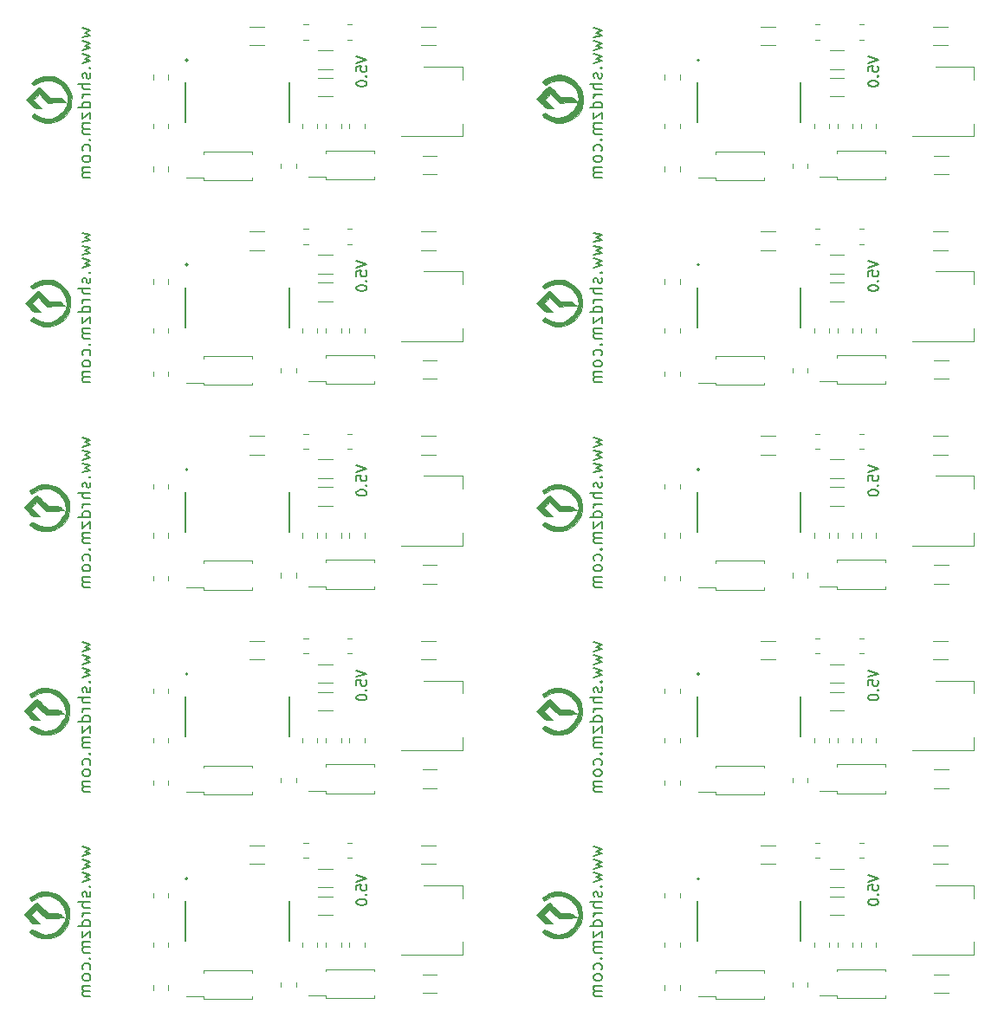
<source format=gbr>
%TF.GenerationSoftware,KiCad,Pcbnew,(5.1.9)-1*%
%TF.CreationDate,2021-10-14T17:35:56+02:00*%
%TF.ProjectId,IM350_AM550_T210_5V_V5.0,494d3335-305f-4414-9d35-35305f543231,rev?*%
%TF.SameCoordinates,Original*%
%TF.FileFunction,Legend,Bot*%
%TF.FilePolarity,Positive*%
%FSLAX46Y46*%
G04 Gerber Fmt 4.6, Leading zero omitted, Abs format (unit mm)*
G04 Created by KiCad (PCBNEW (5.1.9)-1) date 2021-10-14 17:35:56*
%MOMM*%
%LPD*%
G01*
G04 APERTURE LIST*
%ADD10C,0.200000*%
%ADD11C,0.150000*%
%ADD12C,0.010000*%
%ADD13C,0.120000*%
%ADD14C,0.127000*%
G04 APERTURE END LIST*
D10*
X41642857Y-108028571D02*
X42442857Y-108257142D01*
X41871428Y-108485714D01*
X42442857Y-108714285D01*
X41642857Y-108942857D01*
X41642857Y-109285714D02*
X42442857Y-109514285D01*
X41871428Y-109742857D01*
X42442857Y-109971428D01*
X41642857Y-110200000D01*
X41642857Y-110542857D02*
X42442857Y-110771428D01*
X41871428Y-111000000D01*
X42442857Y-111228571D01*
X41642857Y-111457142D01*
X42328571Y-111914285D02*
X42385714Y-111971428D01*
X42442857Y-111914285D01*
X42385714Y-111857142D01*
X42328571Y-111914285D01*
X42442857Y-111914285D01*
X42385714Y-112428571D02*
X42442857Y-112542857D01*
X42442857Y-112771428D01*
X42385714Y-112885714D01*
X42271428Y-112942857D01*
X42214285Y-112942857D01*
X42100000Y-112885714D01*
X42042857Y-112771428D01*
X42042857Y-112600000D01*
X41985714Y-112485714D01*
X41871428Y-112428571D01*
X41814285Y-112428571D01*
X41700000Y-112485714D01*
X41642857Y-112600000D01*
X41642857Y-112771428D01*
X41700000Y-112885714D01*
X42442857Y-113457142D02*
X41242857Y-113457142D01*
X42442857Y-113971428D02*
X41814285Y-113971428D01*
X41700000Y-113914285D01*
X41642857Y-113800000D01*
X41642857Y-113628571D01*
X41700000Y-113514285D01*
X41757142Y-113457142D01*
X42442857Y-114542857D02*
X41642857Y-114542857D01*
X41871428Y-114542857D02*
X41757142Y-114600000D01*
X41700000Y-114657142D01*
X41642857Y-114771428D01*
X41642857Y-114885714D01*
X42442857Y-115800000D02*
X41242857Y-115799999D01*
X42385714Y-115800000D02*
X42442857Y-115685714D01*
X42442857Y-115457142D01*
X42385714Y-115342857D01*
X42328571Y-115285714D01*
X42214285Y-115228571D01*
X41871428Y-115228571D01*
X41757142Y-115285714D01*
X41700000Y-115342857D01*
X41642857Y-115457142D01*
X41642857Y-115685714D01*
X41700000Y-115800000D01*
X41642857Y-116257142D02*
X41642857Y-116885714D01*
X42442857Y-116257142D01*
X42442857Y-116885714D01*
X42442857Y-117342857D02*
X41642857Y-117342857D01*
X41757142Y-117342857D02*
X41700000Y-117400000D01*
X41642857Y-117514285D01*
X41642857Y-117685714D01*
X41700000Y-117800000D01*
X41814285Y-117857142D01*
X42442857Y-117857142D01*
X41814285Y-117857142D02*
X41700000Y-117914285D01*
X41642857Y-118028571D01*
X41642857Y-118200000D01*
X41700000Y-118314285D01*
X41814285Y-118371428D01*
X42442857Y-118371428D01*
X42328571Y-118942857D02*
X42385714Y-119000000D01*
X42442857Y-118942857D01*
X42385714Y-118885714D01*
X42328571Y-118942857D01*
X42442857Y-118942857D01*
X42385714Y-120028571D02*
X42442857Y-119914285D01*
X42442857Y-119685714D01*
X42385714Y-119571428D01*
X42328571Y-119514285D01*
X42214285Y-119457142D01*
X41871428Y-119457142D01*
X41757142Y-119514285D01*
X41700000Y-119571428D01*
X41642857Y-119685714D01*
X41642857Y-119914285D01*
X41700000Y-120028571D01*
X42442857Y-120714285D02*
X42385714Y-120600000D01*
X42328571Y-120542857D01*
X42214285Y-120485714D01*
X41871428Y-120485714D01*
X41757142Y-120542857D01*
X41700000Y-120600000D01*
X41642857Y-120714285D01*
X41642857Y-120885714D01*
X41700000Y-121000000D01*
X41757142Y-121057142D01*
X41871428Y-121114285D01*
X42214285Y-121114285D01*
X42328571Y-121057142D01*
X42385714Y-121000000D01*
X42442857Y-120885714D01*
X42442857Y-120714285D01*
X42442857Y-121628571D02*
X41642857Y-121628571D01*
X41757142Y-121628571D02*
X41700000Y-121685714D01*
X41642857Y-121800000D01*
X41642857Y-121971428D01*
X41700000Y-122085714D01*
X41814285Y-122142857D01*
X42442857Y-122142857D01*
X41814285Y-122142857D02*
X41700000Y-122200000D01*
X41642857Y-122314285D01*
X41642857Y-122485714D01*
X41700000Y-122600000D01*
X41814285Y-122657142D01*
X42442857Y-122657142D01*
X91642857Y-108028571D02*
X92442857Y-108257142D01*
X91871428Y-108485714D01*
X92442857Y-108714285D01*
X91642857Y-108942857D01*
X91642857Y-109285714D02*
X92442857Y-109514285D01*
X91871428Y-109742857D01*
X92442857Y-109971428D01*
X91642857Y-110200000D01*
X91642857Y-110542857D02*
X92442857Y-110771428D01*
X91871428Y-111000000D01*
X92442857Y-111228571D01*
X91642857Y-111457142D01*
X92328571Y-111914285D02*
X92385714Y-111971428D01*
X92442857Y-111914285D01*
X92385714Y-111857142D01*
X92328571Y-111914285D01*
X92442857Y-111914285D01*
X92385714Y-112428571D02*
X92442857Y-112542857D01*
X92442857Y-112771428D01*
X92385714Y-112885714D01*
X92271428Y-112942857D01*
X92214285Y-112942857D01*
X92100000Y-112885714D01*
X92042857Y-112771428D01*
X92042857Y-112600000D01*
X91985714Y-112485714D01*
X91871428Y-112428571D01*
X91814285Y-112428571D01*
X91700000Y-112485714D01*
X91642857Y-112600000D01*
X91642857Y-112771428D01*
X91700000Y-112885714D01*
X92442857Y-113457142D02*
X91242857Y-113457142D01*
X92442857Y-113971428D02*
X91814285Y-113971428D01*
X91700000Y-113914285D01*
X91642857Y-113800000D01*
X91642857Y-113628571D01*
X91700000Y-113514285D01*
X91757142Y-113457142D01*
X92442857Y-114542857D02*
X91642857Y-114542857D01*
X91871428Y-114542857D02*
X91757142Y-114600000D01*
X91700000Y-114657142D01*
X91642857Y-114771428D01*
X91642857Y-114885714D01*
X92442857Y-115800000D02*
X91242857Y-115800000D01*
X92385714Y-115800000D02*
X92442857Y-115685714D01*
X92442857Y-115457142D01*
X92385714Y-115342857D01*
X92328571Y-115285714D01*
X92214285Y-115228571D01*
X91871428Y-115228571D01*
X91757142Y-115285714D01*
X91700000Y-115342857D01*
X91642857Y-115457142D01*
X91642857Y-115685714D01*
X91700000Y-115800000D01*
X91642857Y-116257142D02*
X91642857Y-116885714D01*
X92442857Y-116257142D01*
X92442857Y-116885714D01*
X92442857Y-117342857D02*
X91642857Y-117342857D01*
X91757142Y-117342857D02*
X91700000Y-117400000D01*
X91642857Y-117514285D01*
X91642857Y-117685714D01*
X91700000Y-117800000D01*
X91814285Y-117857142D01*
X92442857Y-117857142D01*
X91814285Y-117857142D02*
X91700000Y-117914285D01*
X91642857Y-118028571D01*
X91642857Y-118200000D01*
X91700000Y-118314285D01*
X91814285Y-118371428D01*
X92442857Y-118371428D01*
X92328571Y-118942857D02*
X92385714Y-119000000D01*
X92442857Y-118942857D01*
X92385714Y-118885714D01*
X92328571Y-118942857D01*
X92442857Y-118942857D01*
X92385714Y-120028571D02*
X92442857Y-119914285D01*
X92442857Y-119685714D01*
X92385714Y-119571428D01*
X92328571Y-119514285D01*
X92214285Y-119457142D01*
X91871428Y-119457142D01*
X91757142Y-119514285D01*
X91700000Y-119571428D01*
X91642857Y-119685714D01*
X91642857Y-119914285D01*
X91700000Y-120028571D01*
X92442857Y-120714285D02*
X92385714Y-120600000D01*
X92328571Y-120542857D01*
X92214285Y-120485714D01*
X91871428Y-120485714D01*
X91757142Y-120542857D01*
X91700000Y-120600000D01*
X91642857Y-120714285D01*
X91642857Y-120885714D01*
X91700000Y-121000000D01*
X91757142Y-121057142D01*
X91871428Y-121114285D01*
X92214285Y-121114285D01*
X92328571Y-121057142D01*
X92385714Y-121000000D01*
X92442857Y-120885714D01*
X92442857Y-120714285D01*
X92442857Y-121628571D02*
X91642857Y-121628571D01*
X91757142Y-121628571D02*
X91700000Y-121685714D01*
X91642857Y-121800000D01*
X91642857Y-121971428D01*
X91700000Y-122085714D01*
X91814285Y-122142857D01*
X92442857Y-122142857D01*
X91814285Y-122142857D02*
X91700000Y-122200000D01*
X91642857Y-122314285D01*
X91642857Y-122485714D01*
X91700000Y-122600000D01*
X91814285Y-122657142D01*
X92442857Y-122657142D01*
D11*
X118452380Y-110776190D02*
X119452380Y-111109523D01*
X118452380Y-111442857D01*
X118452380Y-112252380D02*
X118452380Y-111776190D01*
X118928571Y-111728571D01*
X118880952Y-111776190D01*
X118833333Y-111871428D01*
X118833333Y-112109523D01*
X118880952Y-112204761D01*
X118928571Y-112252380D01*
X119023809Y-112299999D01*
X119261904Y-112299999D01*
X119357142Y-112252380D01*
X119404761Y-112204761D01*
X119452380Y-112109523D01*
X119452380Y-111871428D01*
X119404761Y-111776190D01*
X119357142Y-111728571D01*
X119357142Y-112728571D02*
X119404761Y-112776190D01*
X119452380Y-112728571D01*
X119404761Y-112680952D01*
X119357142Y-112728571D01*
X119452380Y-112728571D01*
X118452380Y-113395238D02*
X118452380Y-113490476D01*
X118500000Y-113585714D01*
X118547619Y-113633333D01*
X118642857Y-113680952D01*
X118833333Y-113728571D01*
X119071428Y-113728571D01*
X119261904Y-113680952D01*
X119357142Y-113633333D01*
X119404761Y-113585714D01*
X119452380Y-113490476D01*
X119452380Y-113395238D01*
X119404761Y-113299999D01*
X119357142Y-113252380D01*
X119261904Y-113204761D01*
X119071428Y-113157142D01*
X118833333Y-113157142D01*
X118642857Y-113204761D01*
X118547619Y-113252380D01*
X118500000Y-113299999D01*
X118452380Y-113395238D01*
X68452380Y-110776190D02*
X69452380Y-111109523D01*
X68452380Y-111442857D01*
X68452380Y-112252380D02*
X68452380Y-111776190D01*
X68928571Y-111728571D01*
X68880952Y-111776190D01*
X68833333Y-111871428D01*
X68833333Y-112109523D01*
X68880952Y-112204761D01*
X68928571Y-112252380D01*
X69023809Y-112299999D01*
X69261904Y-112299999D01*
X69357142Y-112252380D01*
X69404761Y-112204761D01*
X69452380Y-112109523D01*
X69452380Y-111871428D01*
X69404761Y-111776190D01*
X69357142Y-111728571D01*
X69357142Y-112728571D02*
X69404761Y-112776190D01*
X69452380Y-112728571D01*
X69404761Y-112680952D01*
X69357142Y-112728571D01*
X69452380Y-112728571D01*
X68452380Y-113395238D02*
X68452380Y-113490476D01*
X68500000Y-113585714D01*
X68547619Y-113633333D01*
X68642857Y-113680952D01*
X68833333Y-113728571D01*
X69071428Y-113728571D01*
X69261904Y-113680952D01*
X69357142Y-113633333D01*
X69404761Y-113585714D01*
X69452380Y-113490476D01*
X69452380Y-113395238D01*
X69404761Y-113299999D01*
X69357142Y-113252380D01*
X69261904Y-113204761D01*
X69071428Y-113157142D01*
X68833333Y-113157142D01*
X68642857Y-113204761D01*
X68547619Y-113252380D01*
X68500000Y-113299999D01*
X68452380Y-113395238D01*
D10*
X41642857Y-88028571D02*
X42442857Y-88257142D01*
X41871428Y-88485714D01*
X42442857Y-88714285D01*
X41642857Y-88942857D01*
X41642857Y-89285714D02*
X42442857Y-89514285D01*
X41871428Y-89742857D01*
X42442857Y-89971428D01*
X41642857Y-90200000D01*
X41642857Y-90542857D02*
X42442857Y-90771428D01*
X41871428Y-91000000D01*
X42442857Y-91228571D01*
X41642857Y-91457142D01*
X42328571Y-91914285D02*
X42385714Y-91971428D01*
X42442857Y-91914285D01*
X42385714Y-91857142D01*
X42328571Y-91914285D01*
X42442857Y-91914285D01*
X42385714Y-92428571D02*
X42442857Y-92542857D01*
X42442857Y-92771428D01*
X42385714Y-92885714D01*
X42271428Y-92942857D01*
X42214285Y-92942857D01*
X42100000Y-92885714D01*
X42042857Y-92771428D01*
X42042857Y-92600000D01*
X41985714Y-92485714D01*
X41871428Y-92428571D01*
X41814285Y-92428571D01*
X41700000Y-92485714D01*
X41642857Y-92600000D01*
X41642857Y-92771428D01*
X41700000Y-92885714D01*
X42442857Y-93457142D02*
X41242857Y-93457142D01*
X42442857Y-93971428D02*
X41814285Y-93971428D01*
X41700000Y-93914285D01*
X41642857Y-93800000D01*
X41642857Y-93628571D01*
X41700000Y-93514285D01*
X41757142Y-93457142D01*
X42442857Y-94542857D02*
X41642857Y-94542857D01*
X41871428Y-94542857D02*
X41757142Y-94600000D01*
X41700000Y-94657142D01*
X41642857Y-94771428D01*
X41642857Y-94885714D01*
X42442857Y-95800000D02*
X41242857Y-95799999D01*
X42385714Y-95800000D02*
X42442857Y-95685714D01*
X42442857Y-95457142D01*
X42385714Y-95342857D01*
X42328571Y-95285714D01*
X42214285Y-95228571D01*
X41871428Y-95228571D01*
X41757142Y-95285714D01*
X41700000Y-95342857D01*
X41642857Y-95457142D01*
X41642857Y-95685714D01*
X41700000Y-95800000D01*
X41642857Y-96257142D02*
X41642857Y-96885714D01*
X42442857Y-96257142D01*
X42442857Y-96885714D01*
X42442857Y-97342857D02*
X41642857Y-97342857D01*
X41757142Y-97342857D02*
X41700000Y-97400000D01*
X41642857Y-97514285D01*
X41642857Y-97685714D01*
X41700000Y-97800000D01*
X41814285Y-97857142D01*
X42442857Y-97857142D01*
X41814285Y-97857142D02*
X41700000Y-97914285D01*
X41642857Y-98028571D01*
X41642857Y-98200000D01*
X41700000Y-98314285D01*
X41814285Y-98371428D01*
X42442857Y-98371428D01*
X42328571Y-98942857D02*
X42385714Y-99000000D01*
X42442857Y-98942857D01*
X42385714Y-98885714D01*
X42328571Y-98942857D01*
X42442857Y-98942857D01*
X42385714Y-100028571D02*
X42442857Y-99914285D01*
X42442857Y-99685714D01*
X42385714Y-99571428D01*
X42328571Y-99514285D01*
X42214285Y-99457142D01*
X41871428Y-99457142D01*
X41757142Y-99514285D01*
X41700000Y-99571428D01*
X41642857Y-99685714D01*
X41642857Y-99914285D01*
X41700000Y-100028571D01*
X42442857Y-100714285D02*
X42385714Y-100600000D01*
X42328571Y-100542857D01*
X42214285Y-100485714D01*
X41871428Y-100485714D01*
X41757142Y-100542857D01*
X41700000Y-100600000D01*
X41642857Y-100714285D01*
X41642857Y-100885714D01*
X41700000Y-101000000D01*
X41757142Y-101057142D01*
X41871428Y-101114285D01*
X42214285Y-101114285D01*
X42328571Y-101057142D01*
X42385714Y-101000000D01*
X42442857Y-100885714D01*
X42442857Y-100714285D01*
X42442857Y-101628571D02*
X41642857Y-101628571D01*
X41757142Y-101628571D02*
X41700000Y-101685714D01*
X41642857Y-101800000D01*
X41642857Y-101971428D01*
X41700000Y-102085714D01*
X41814285Y-102142857D01*
X42442857Y-102142857D01*
X41814285Y-102142857D02*
X41700000Y-102200000D01*
X41642857Y-102314285D01*
X41642857Y-102485714D01*
X41700000Y-102600000D01*
X41814285Y-102657142D01*
X42442857Y-102657142D01*
D11*
X118452380Y-90776190D02*
X119452380Y-91109523D01*
X118452380Y-91442857D01*
X118452380Y-92252380D02*
X118452380Y-91776190D01*
X118928571Y-91728571D01*
X118880952Y-91776190D01*
X118833333Y-91871428D01*
X118833333Y-92109523D01*
X118880952Y-92204761D01*
X118928571Y-92252380D01*
X119023809Y-92299999D01*
X119261904Y-92299999D01*
X119357142Y-92252380D01*
X119404761Y-92204761D01*
X119452380Y-92109523D01*
X119452380Y-91871428D01*
X119404761Y-91776190D01*
X119357142Y-91728571D01*
X119357142Y-92728571D02*
X119404761Y-92776190D01*
X119452380Y-92728571D01*
X119404761Y-92680952D01*
X119357142Y-92728571D01*
X119452380Y-92728571D01*
X118452380Y-93395238D02*
X118452380Y-93490476D01*
X118500000Y-93585714D01*
X118547619Y-93633333D01*
X118642857Y-93680952D01*
X118833333Y-93728571D01*
X119071428Y-93728571D01*
X119261904Y-93680952D01*
X119357142Y-93633333D01*
X119404761Y-93585714D01*
X119452380Y-93490476D01*
X119452380Y-93395238D01*
X119404761Y-93299999D01*
X119357142Y-93252380D01*
X119261904Y-93204761D01*
X119071428Y-93157142D01*
X118833333Y-93157142D01*
X118642857Y-93204761D01*
X118547619Y-93252380D01*
X118500000Y-93299999D01*
X118452380Y-93395238D01*
D10*
X91642857Y-88028571D02*
X92442857Y-88257142D01*
X91871428Y-88485714D01*
X92442857Y-88714285D01*
X91642857Y-88942857D01*
X91642857Y-89285714D02*
X92442857Y-89514285D01*
X91871428Y-89742857D01*
X92442857Y-89971428D01*
X91642857Y-90200000D01*
X91642857Y-90542857D02*
X92442857Y-90771428D01*
X91871428Y-91000000D01*
X92442857Y-91228571D01*
X91642857Y-91457142D01*
X92328571Y-91914285D02*
X92385714Y-91971428D01*
X92442857Y-91914285D01*
X92385714Y-91857142D01*
X92328571Y-91914285D01*
X92442857Y-91914285D01*
X92385714Y-92428571D02*
X92442857Y-92542857D01*
X92442857Y-92771428D01*
X92385714Y-92885714D01*
X92271428Y-92942857D01*
X92214285Y-92942857D01*
X92100000Y-92885714D01*
X92042857Y-92771428D01*
X92042857Y-92600000D01*
X91985714Y-92485714D01*
X91871428Y-92428571D01*
X91814285Y-92428571D01*
X91700000Y-92485714D01*
X91642857Y-92600000D01*
X91642857Y-92771428D01*
X91700000Y-92885714D01*
X92442857Y-93457142D02*
X91242857Y-93457142D01*
X92442857Y-93971428D02*
X91814285Y-93971428D01*
X91700000Y-93914285D01*
X91642857Y-93800000D01*
X91642857Y-93628571D01*
X91700000Y-93514285D01*
X91757142Y-93457142D01*
X92442857Y-94542857D02*
X91642857Y-94542857D01*
X91871428Y-94542857D02*
X91757142Y-94600000D01*
X91700000Y-94657142D01*
X91642857Y-94771428D01*
X91642857Y-94885714D01*
X92442857Y-95800000D02*
X91242857Y-95800000D01*
X92385714Y-95800000D02*
X92442857Y-95685714D01*
X92442857Y-95457142D01*
X92385714Y-95342857D01*
X92328571Y-95285714D01*
X92214285Y-95228571D01*
X91871428Y-95228571D01*
X91757142Y-95285714D01*
X91700000Y-95342857D01*
X91642857Y-95457142D01*
X91642857Y-95685714D01*
X91700000Y-95800000D01*
X91642857Y-96257142D02*
X91642857Y-96885714D01*
X92442857Y-96257142D01*
X92442857Y-96885714D01*
X92442857Y-97342857D02*
X91642857Y-97342857D01*
X91757142Y-97342857D02*
X91700000Y-97400000D01*
X91642857Y-97514285D01*
X91642857Y-97685714D01*
X91700000Y-97800000D01*
X91814285Y-97857142D01*
X92442857Y-97857142D01*
X91814285Y-97857142D02*
X91700000Y-97914285D01*
X91642857Y-98028571D01*
X91642857Y-98200000D01*
X91700000Y-98314285D01*
X91814285Y-98371428D01*
X92442857Y-98371428D01*
X92328571Y-98942857D02*
X92385714Y-99000000D01*
X92442857Y-98942857D01*
X92385714Y-98885714D01*
X92328571Y-98942857D01*
X92442857Y-98942857D01*
X92385714Y-100028571D02*
X92442857Y-99914285D01*
X92442857Y-99685714D01*
X92385714Y-99571428D01*
X92328571Y-99514285D01*
X92214285Y-99457142D01*
X91871428Y-99457142D01*
X91757142Y-99514285D01*
X91700000Y-99571428D01*
X91642857Y-99685714D01*
X91642857Y-99914285D01*
X91700000Y-100028571D01*
X92442857Y-100714285D02*
X92385714Y-100600000D01*
X92328571Y-100542857D01*
X92214285Y-100485714D01*
X91871428Y-100485714D01*
X91757142Y-100542857D01*
X91700000Y-100600000D01*
X91642857Y-100714285D01*
X91642857Y-100885714D01*
X91700000Y-101000000D01*
X91757142Y-101057142D01*
X91871428Y-101114285D01*
X92214285Y-101114285D01*
X92328571Y-101057142D01*
X92385714Y-101000000D01*
X92442857Y-100885714D01*
X92442857Y-100714285D01*
X92442857Y-101628571D02*
X91642857Y-101628571D01*
X91757142Y-101628571D02*
X91700000Y-101685714D01*
X91642857Y-101800000D01*
X91642857Y-101971428D01*
X91700000Y-102085714D01*
X91814285Y-102142857D01*
X92442857Y-102142857D01*
X91814285Y-102142857D02*
X91700000Y-102200000D01*
X91642857Y-102314285D01*
X91642857Y-102485714D01*
X91700000Y-102600000D01*
X91814285Y-102657142D01*
X92442857Y-102657142D01*
D11*
X68452380Y-90776190D02*
X69452380Y-91109523D01*
X68452380Y-91442857D01*
X68452380Y-92252380D02*
X68452380Y-91776190D01*
X68928571Y-91728571D01*
X68880952Y-91776190D01*
X68833333Y-91871428D01*
X68833333Y-92109523D01*
X68880952Y-92204761D01*
X68928571Y-92252380D01*
X69023809Y-92299999D01*
X69261904Y-92299999D01*
X69357142Y-92252380D01*
X69404761Y-92204761D01*
X69452380Y-92109523D01*
X69452380Y-91871428D01*
X69404761Y-91776190D01*
X69357142Y-91728571D01*
X69357142Y-92728571D02*
X69404761Y-92776190D01*
X69452380Y-92728571D01*
X69404761Y-92680952D01*
X69357142Y-92728571D01*
X69452380Y-92728571D01*
X68452380Y-93395238D02*
X68452380Y-93490476D01*
X68500000Y-93585714D01*
X68547619Y-93633333D01*
X68642857Y-93680952D01*
X68833333Y-93728571D01*
X69071428Y-93728571D01*
X69261904Y-93680952D01*
X69357142Y-93633333D01*
X69404761Y-93585714D01*
X69452380Y-93490476D01*
X69452380Y-93395238D01*
X69404761Y-93299999D01*
X69357142Y-93252380D01*
X69261904Y-93204761D01*
X69071428Y-93157142D01*
X68833333Y-93157142D01*
X68642857Y-93204761D01*
X68547619Y-93252380D01*
X68500000Y-93299999D01*
X68452380Y-93395238D01*
X118452380Y-70776190D02*
X119452380Y-71109523D01*
X118452380Y-71442857D01*
X118452380Y-72252380D02*
X118452380Y-71776190D01*
X118928571Y-71728571D01*
X118880952Y-71776190D01*
X118833333Y-71871428D01*
X118833333Y-72109523D01*
X118880952Y-72204761D01*
X118928571Y-72252380D01*
X119023809Y-72299999D01*
X119261904Y-72299999D01*
X119357142Y-72252380D01*
X119404761Y-72204761D01*
X119452380Y-72109523D01*
X119452380Y-71871428D01*
X119404761Y-71776190D01*
X119357142Y-71728571D01*
X119357142Y-72728571D02*
X119404761Y-72776190D01*
X119452380Y-72728571D01*
X119404761Y-72680952D01*
X119357142Y-72728571D01*
X119452380Y-72728571D01*
X118452380Y-73395238D02*
X118452380Y-73490476D01*
X118500000Y-73585714D01*
X118547619Y-73633333D01*
X118642857Y-73680952D01*
X118833333Y-73728571D01*
X119071428Y-73728571D01*
X119261904Y-73680952D01*
X119357142Y-73633333D01*
X119404761Y-73585714D01*
X119452380Y-73490476D01*
X119452380Y-73395238D01*
X119404761Y-73299999D01*
X119357142Y-73252380D01*
X119261904Y-73204761D01*
X119071428Y-73157142D01*
X118833333Y-73157142D01*
X118642857Y-73204761D01*
X118547619Y-73252380D01*
X118500000Y-73299999D01*
X118452380Y-73395238D01*
X68452380Y-70776190D02*
X69452380Y-71109523D01*
X68452380Y-71442857D01*
X68452380Y-72252380D02*
X68452380Y-71776190D01*
X68928571Y-71728571D01*
X68880952Y-71776190D01*
X68833333Y-71871428D01*
X68833333Y-72109523D01*
X68880952Y-72204761D01*
X68928571Y-72252380D01*
X69023809Y-72299999D01*
X69261904Y-72299999D01*
X69357142Y-72252380D01*
X69404761Y-72204761D01*
X69452380Y-72109523D01*
X69452380Y-71871428D01*
X69404761Y-71776190D01*
X69357142Y-71728571D01*
X69357142Y-72728571D02*
X69404761Y-72776190D01*
X69452380Y-72728571D01*
X69404761Y-72680952D01*
X69357142Y-72728571D01*
X69452380Y-72728571D01*
X68452380Y-73395238D02*
X68452380Y-73490476D01*
X68500000Y-73585714D01*
X68547619Y-73633333D01*
X68642857Y-73680952D01*
X68833333Y-73728571D01*
X69071428Y-73728571D01*
X69261904Y-73680952D01*
X69357142Y-73633333D01*
X69404761Y-73585714D01*
X69452380Y-73490476D01*
X69452380Y-73395238D01*
X69404761Y-73299999D01*
X69357142Y-73252380D01*
X69261904Y-73204761D01*
X69071428Y-73157142D01*
X68833333Y-73157142D01*
X68642857Y-73204761D01*
X68547619Y-73252380D01*
X68500000Y-73299999D01*
X68452380Y-73395238D01*
D10*
X91642857Y-68028571D02*
X92442857Y-68257142D01*
X91871428Y-68485714D01*
X92442857Y-68714285D01*
X91642857Y-68942857D01*
X91642857Y-69285714D02*
X92442857Y-69514285D01*
X91871428Y-69742857D01*
X92442857Y-69971428D01*
X91642857Y-70200000D01*
X91642857Y-70542857D02*
X92442857Y-70771428D01*
X91871428Y-71000000D01*
X92442857Y-71228571D01*
X91642857Y-71457142D01*
X92328571Y-71914285D02*
X92385714Y-71971428D01*
X92442857Y-71914285D01*
X92385714Y-71857142D01*
X92328571Y-71914285D01*
X92442857Y-71914285D01*
X92385714Y-72428571D02*
X92442857Y-72542857D01*
X92442857Y-72771428D01*
X92385714Y-72885714D01*
X92271428Y-72942857D01*
X92214285Y-72942857D01*
X92100000Y-72885714D01*
X92042857Y-72771428D01*
X92042857Y-72600000D01*
X91985714Y-72485714D01*
X91871428Y-72428571D01*
X91814285Y-72428571D01*
X91700000Y-72485714D01*
X91642857Y-72600000D01*
X91642857Y-72771428D01*
X91700000Y-72885714D01*
X92442857Y-73457142D02*
X91242857Y-73457142D01*
X92442857Y-73971428D02*
X91814285Y-73971428D01*
X91700000Y-73914285D01*
X91642857Y-73800000D01*
X91642857Y-73628571D01*
X91700000Y-73514285D01*
X91757142Y-73457142D01*
X92442857Y-74542857D02*
X91642857Y-74542857D01*
X91871428Y-74542857D02*
X91757142Y-74600000D01*
X91700000Y-74657142D01*
X91642857Y-74771428D01*
X91642857Y-74885714D01*
X92442857Y-75800000D02*
X91242857Y-75800000D01*
X92385714Y-75800000D02*
X92442857Y-75685714D01*
X92442857Y-75457142D01*
X92385714Y-75342857D01*
X92328571Y-75285714D01*
X92214285Y-75228571D01*
X91871428Y-75228571D01*
X91757142Y-75285714D01*
X91700000Y-75342857D01*
X91642857Y-75457142D01*
X91642857Y-75685714D01*
X91700000Y-75800000D01*
X91642857Y-76257142D02*
X91642857Y-76885714D01*
X92442857Y-76257142D01*
X92442857Y-76885714D01*
X92442857Y-77342857D02*
X91642857Y-77342857D01*
X91757142Y-77342857D02*
X91700000Y-77400000D01*
X91642857Y-77514285D01*
X91642857Y-77685714D01*
X91700000Y-77800000D01*
X91814285Y-77857142D01*
X92442857Y-77857142D01*
X91814285Y-77857142D02*
X91700000Y-77914285D01*
X91642857Y-78028571D01*
X91642857Y-78200000D01*
X91700000Y-78314285D01*
X91814285Y-78371428D01*
X92442857Y-78371428D01*
X92328571Y-78942857D02*
X92385714Y-79000000D01*
X92442857Y-78942857D01*
X92385714Y-78885714D01*
X92328571Y-78942857D01*
X92442857Y-78942857D01*
X92385714Y-80028571D02*
X92442857Y-79914285D01*
X92442857Y-79685714D01*
X92385714Y-79571428D01*
X92328571Y-79514285D01*
X92214285Y-79457142D01*
X91871428Y-79457142D01*
X91757142Y-79514285D01*
X91700000Y-79571428D01*
X91642857Y-79685714D01*
X91642857Y-79914285D01*
X91700000Y-80028571D01*
X92442857Y-80714285D02*
X92385714Y-80600000D01*
X92328571Y-80542857D01*
X92214285Y-80485714D01*
X91871428Y-80485714D01*
X91757142Y-80542857D01*
X91700000Y-80600000D01*
X91642857Y-80714285D01*
X91642857Y-80885714D01*
X91700000Y-81000000D01*
X91757142Y-81057142D01*
X91871428Y-81114285D01*
X92214285Y-81114285D01*
X92328571Y-81057142D01*
X92385714Y-81000000D01*
X92442857Y-80885714D01*
X92442857Y-80714285D01*
X92442857Y-81628571D02*
X91642857Y-81628571D01*
X91757142Y-81628571D02*
X91700000Y-81685714D01*
X91642857Y-81800000D01*
X91642857Y-81971428D01*
X91700000Y-82085714D01*
X91814285Y-82142857D01*
X92442857Y-82142857D01*
X91814285Y-82142857D02*
X91700000Y-82200000D01*
X91642857Y-82314285D01*
X91642857Y-82485714D01*
X91700000Y-82600000D01*
X91814285Y-82657142D01*
X92442857Y-82657142D01*
X41642857Y-68028571D02*
X42442857Y-68257142D01*
X41871428Y-68485714D01*
X42442857Y-68714285D01*
X41642857Y-68942857D01*
X41642857Y-69285714D02*
X42442857Y-69514285D01*
X41871428Y-69742857D01*
X42442857Y-69971428D01*
X41642857Y-70200000D01*
X41642857Y-70542857D02*
X42442857Y-70771428D01*
X41871428Y-71000000D01*
X42442857Y-71228571D01*
X41642857Y-71457142D01*
X42328571Y-71914285D02*
X42385714Y-71971428D01*
X42442857Y-71914285D01*
X42385714Y-71857142D01*
X42328571Y-71914285D01*
X42442857Y-71914285D01*
X42385714Y-72428571D02*
X42442857Y-72542857D01*
X42442857Y-72771428D01*
X42385714Y-72885714D01*
X42271428Y-72942857D01*
X42214285Y-72942857D01*
X42100000Y-72885714D01*
X42042857Y-72771428D01*
X42042857Y-72600000D01*
X41985714Y-72485714D01*
X41871428Y-72428571D01*
X41814285Y-72428571D01*
X41700000Y-72485714D01*
X41642857Y-72600000D01*
X41642857Y-72771428D01*
X41700000Y-72885714D01*
X42442857Y-73457142D02*
X41242857Y-73457142D01*
X42442857Y-73971428D02*
X41814285Y-73971428D01*
X41700000Y-73914285D01*
X41642857Y-73800000D01*
X41642857Y-73628571D01*
X41700000Y-73514285D01*
X41757142Y-73457142D01*
X42442857Y-74542857D02*
X41642857Y-74542857D01*
X41871428Y-74542857D02*
X41757142Y-74600000D01*
X41700000Y-74657142D01*
X41642857Y-74771428D01*
X41642857Y-74885714D01*
X42442857Y-75800000D02*
X41242857Y-75799999D01*
X42385714Y-75800000D02*
X42442857Y-75685714D01*
X42442857Y-75457142D01*
X42385714Y-75342857D01*
X42328571Y-75285714D01*
X42214285Y-75228571D01*
X41871428Y-75228571D01*
X41757142Y-75285714D01*
X41700000Y-75342857D01*
X41642857Y-75457142D01*
X41642857Y-75685714D01*
X41700000Y-75800000D01*
X41642857Y-76257142D02*
X41642857Y-76885714D01*
X42442857Y-76257142D01*
X42442857Y-76885714D01*
X42442857Y-77342857D02*
X41642857Y-77342857D01*
X41757142Y-77342857D02*
X41700000Y-77400000D01*
X41642857Y-77514285D01*
X41642857Y-77685714D01*
X41700000Y-77800000D01*
X41814285Y-77857142D01*
X42442857Y-77857142D01*
X41814285Y-77857142D02*
X41700000Y-77914285D01*
X41642857Y-78028571D01*
X41642857Y-78200000D01*
X41700000Y-78314285D01*
X41814285Y-78371428D01*
X42442857Y-78371428D01*
X42328571Y-78942857D02*
X42385714Y-79000000D01*
X42442857Y-78942857D01*
X42385714Y-78885714D01*
X42328571Y-78942857D01*
X42442857Y-78942857D01*
X42385714Y-80028571D02*
X42442857Y-79914285D01*
X42442857Y-79685714D01*
X42385714Y-79571428D01*
X42328571Y-79514285D01*
X42214285Y-79457142D01*
X41871428Y-79457142D01*
X41757142Y-79514285D01*
X41700000Y-79571428D01*
X41642857Y-79685714D01*
X41642857Y-79914285D01*
X41700000Y-80028571D01*
X42442857Y-80714285D02*
X42385714Y-80600000D01*
X42328571Y-80542857D01*
X42214285Y-80485714D01*
X41871428Y-80485714D01*
X41757142Y-80542857D01*
X41700000Y-80600000D01*
X41642857Y-80714285D01*
X41642857Y-80885714D01*
X41700000Y-81000000D01*
X41757142Y-81057142D01*
X41871428Y-81114285D01*
X42214285Y-81114285D01*
X42328571Y-81057142D01*
X42385714Y-81000000D01*
X42442857Y-80885714D01*
X42442857Y-80714285D01*
X42442857Y-81628571D02*
X41642857Y-81628571D01*
X41757142Y-81628571D02*
X41700000Y-81685714D01*
X41642857Y-81800000D01*
X41642857Y-81971428D01*
X41700000Y-82085714D01*
X41814285Y-82142857D01*
X42442857Y-82142857D01*
X41814285Y-82142857D02*
X41700000Y-82200000D01*
X41642857Y-82314285D01*
X41642857Y-82485714D01*
X41700000Y-82600000D01*
X41814285Y-82657142D01*
X42442857Y-82657142D01*
X41642857Y-48028571D02*
X42442857Y-48257142D01*
X41871428Y-48485714D01*
X42442857Y-48714285D01*
X41642857Y-48942857D01*
X41642857Y-49285714D02*
X42442857Y-49514285D01*
X41871428Y-49742857D01*
X42442857Y-49971428D01*
X41642857Y-50200000D01*
X41642857Y-50542857D02*
X42442857Y-50771428D01*
X41871428Y-51000000D01*
X42442857Y-51228571D01*
X41642857Y-51457142D01*
X42328571Y-51914285D02*
X42385714Y-51971428D01*
X42442857Y-51914285D01*
X42385714Y-51857142D01*
X42328571Y-51914285D01*
X42442857Y-51914285D01*
X42385714Y-52428571D02*
X42442857Y-52542857D01*
X42442857Y-52771428D01*
X42385714Y-52885714D01*
X42271428Y-52942857D01*
X42214285Y-52942857D01*
X42100000Y-52885714D01*
X42042857Y-52771428D01*
X42042857Y-52600000D01*
X41985714Y-52485714D01*
X41871428Y-52428571D01*
X41814285Y-52428571D01*
X41700000Y-52485714D01*
X41642857Y-52600000D01*
X41642857Y-52771428D01*
X41700000Y-52885714D01*
X42442857Y-53457142D02*
X41242857Y-53457142D01*
X42442857Y-53971428D02*
X41814285Y-53971428D01*
X41700000Y-53914285D01*
X41642857Y-53800000D01*
X41642857Y-53628571D01*
X41700000Y-53514285D01*
X41757142Y-53457142D01*
X42442857Y-54542857D02*
X41642857Y-54542857D01*
X41871428Y-54542857D02*
X41757142Y-54599999D01*
X41700000Y-54657142D01*
X41642857Y-54771428D01*
X41642857Y-54885714D01*
X42442857Y-55799999D02*
X41242857Y-55799999D01*
X42385714Y-55799999D02*
X42442857Y-55685714D01*
X42442857Y-55457142D01*
X42385714Y-55342857D01*
X42328571Y-55285714D01*
X42214285Y-55228571D01*
X41871428Y-55228571D01*
X41757142Y-55285714D01*
X41700000Y-55342857D01*
X41642857Y-55457142D01*
X41642857Y-55685714D01*
X41700000Y-55799999D01*
X41642857Y-56257142D02*
X41642857Y-56885714D01*
X42442857Y-56257142D01*
X42442857Y-56885714D01*
X42442857Y-57342857D02*
X41642857Y-57342857D01*
X41757142Y-57342857D02*
X41700000Y-57399999D01*
X41642857Y-57514285D01*
X41642857Y-57685714D01*
X41700000Y-57799999D01*
X41814285Y-57857142D01*
X42442857Y-57857142D01*
X41814285Y-57857142D02*
X41700000Y-57914285D01*
X41642857Y-58028571D01*
X41642857Y-58199999D01*
X41700000Y-58314285D01*
X41814285Y-58371428D01*
X42442857Y-58371428D01*
X42328571Y-58942857D02*
X42385714Y-58999999D01*
X42442857Y-58942857D01*
X42385714Y-58885714D01*
X42328571Y-58942857D01*
X42442857Y-58942857D01*
X42385714Y-60028571D02*
X42442857Y-59914285D01*
X42442857Y-59685714D01*
X42385714Y-59571428D01*
X42328571Y-59514285D01*
X42214285Y-59457142D01*
X41871428Y-59457142D01*
X41757142Y-59514285D01*
X41700000Y-59571428D01*
X41642857Y-59685714D01*
X41642857Y-59914285D01*
X41700000Y-60028571D01*
X42442857Y-60714285D02*
X42385714Y-60599999D01*
X42328571Y-60542857D01*
X42214285Y-60485714D01*
X41871428Y-60485714D01*
X41757142Y-60542857D01*
X41700000Y-60599999D01*
X41642857Y-60714285D01*
X41642857Y-60885714D01*
X41700000Y-60999999D01*
X41757142Y-61057142D01*
X41871428Y-61114285D01*
X42214285Y-61114285D01*
X42328571Y-61057142D01*
X42385714Y-60999999D01*
X42442857Y-60885714D01*
X42442857Y-60714285D01*
X42442857Y-61628571D02*
X41642857Y-61628571D01*
X41757142Y-61628571D02*
X41700000Y-61685714D01*
X41642857Y-61799999D01*
X41642857Y-61971428D01*
X41700000Y-62085714D01*
X41814285Y-62142857D01*
X42442857Y-62142857D01*
X41814285Y-62142857D02*
X41700000Y-62199999D01*
X41642857Y-62314285D01*
X41642857Y-62485714D01*
X41700000Y-62599999D01*
X41814285Y-62657142D01*
X42442857Y-62657142D01*
X91642857Y-48028571D02*
X92442857Y-48257142D01*
X91871428Y-48485714D01*
X92442857Y-48714285D01*
X91642857Y-48942857D01*
X91642857Y-49285714D02*
X92442857Y-49514285D01*
X91871428Y-49742857D01*
X92442857Y-49971428D01*
X91642857Y-50200000D01*
X91642857Y-50542857D02*
X92442857Y-50771428D01*
X91871428Y-51000000D01*
X92442857Y-51228571D01*
X91642857Y-51457142D01*
X92328571Y-51914285D02*
X92385714Y-51971428D01*
X92442857Y-51914285D01*
X92385714Y-51857142D01*
X92328571Y-51914285D01*
X92442857Y-51914285D01*
X92385714Y-52428571D02*
X92442857Y-52542857D01*
X92442857Y-52771428D01*
X92385714Y-52885714D01*
X92271428Y-52942857D01*
X92214285Y-52942857D01*
X92100000Y-52885714D01*
X92042857Y-52771428D01*
X92042857Y-52600000D01*
X91985714Y-52485714D01*
X91871428Y-52428571D01*
X91814285Y-52428571D01*
X91700000Y-52485714D01*
X91642857Y-52600000D01*
X91642857Y-52771428D01*
X91700000Y-52885714D01*
X92442857Y-53457142D02*
X91242857Y-53457142D01*
X92442857Y-53971428D02*
X91814285Y-53971428D01*
X91700000Y-53914285D01*
X91642857Y-53800000D01*
X91642857Y-53628571D01*
X91700000Y-53514285D01*
X91757142Y-53457142D01*
X92442857Y-54542857D02*
X91642857Y-54542857D01*
X91871428Y-54542857D02*
X91757142Y-54600000D01*
X91700000Y-54657142D01*
X91642857Y-54771428D01*
X91642857Y-54885714D01*
X92442857Y-55800000D02*
X91242857Y-55800000D01*
X92385714Y-55800000D02*
X92442857Y-55685714D01*
X92442857Y-55457142D01*
X92385714Y-55342857D01*
X92328571Y-55285714D01*
X92214285Y-55228571D01*
X91871428Y-55228571D01*
X91757142Y-55285714D01*
X91700000Y-55342857D01*
X91642857Y-55457142D01*
X91642857Y-55685714D01*
X91700000Y-55800000D01*
X91642857Y-56257142D02*
X91642857Y-56885714D01*
X92442857Y-56257142D01*
X92442857Y-56885714D01*
X92442857Y-57342857D02*
X91642857Y-57342857D01*
X91757142Y-57342857D02*
X91700000Y-57400000D01*
X91642857Y-57514285D01*
X91642857Y-57685714D01*
X91700000Y-57800000D01*
X91814285Y-57857142D01*
X92442857Y-57857142D01*
X91814285Y-57857142D02*
X91700000Y-57914285D01*
X91642857Y-58028571D01*
X91642857Y-58200000D01*
X91700000Y-58314285D01*
X91814285Y-58371428D01*
X92442857Y-58371428D01*
X92328571Y-58942857D02*
X92385714Y-59000000D01*
X92442857Y-58942857D01*
X92385714Y-58885714D01*
X92328571Y-58942857D01*
X92442857Y-58942857D01*
X92385714Y-60028571D02*
X92442857Y-59914285D01*
X92442857Y-59685714D01*
X92385714Y-59571428D01*
X92328571Y-59514285D01*
X92214285Y-59457142D01*
X91871428Y-59457142D01*
X91757142Y-59514285D01*
X91700000Y-59571428D01*
X91642857Y-59685714D01*
X91642857Y-59914285D01*
X91700000Y-60028571D01*
X92442857Y-60714285D02*
X92385714Y-60600000D01*
X92328571Y-60542857D01*
X92214285Y-60485714D01*
X91871428Y-60485714D01*
X91757142Y-60542857D01*
X91700000Y-60600000D01*
X91642857Y-60714285D01*
X91642857Y-60885714D01*
X91700000Y-61000000D01*
X91757142Y-61057142D01*
X91871428Y-61114285D01*
X92214285Y-61114285D01*
X92328571Y-61057142D01*
X92385714Y-61000000D01*
X92442857Y-60885714D01*
X92442857Y-60714285D01*
X92442857Y-61628571D02*
X91642857Y-61628571D01*
X91757142Y-61628571D02*
X91700000Y-61685714D01*
X91642857Y-61800000D01*
X91642857Y-61971428D01*
X91700000Y-62085714D01*
X91814285Y-62142857D01*
X92442857Y-62142857D01*
X91814285Y-62142857D02*
X91700000Y-62200000D01*
X91642857Y-62314285D01*
X91642857Y-62485714D01*
X91700000Y-62600000D01*
X91814285Y-62657142D01*
X92442857Y-62657142D01*
D11*
X118452380Y-50776190D02*
X119452380Y-51109523D01*
X118452380Y-51442857D01*
X118452380Y-52252380D02*
X118452380Y-51776190D01*
X118928571Y-51728571D01*
X118880952Y-51776190D01*
X118833333Y-51871428D01*
X118833333Y-52109523D01*
X118880952Y-52204761D01*
X118928571Y-52252380D01*
X119023809Y-52299999D01*
X119261904Y-52299999D01*
X119357142Y-52252380D01*
X119404761Y-52204761D01*
X119452380Y-52109523D01*
X119452380Y-51871428D01*
X119404761Y-51776190D01*
X119357142Y-51728571D01*
X119357142Y-52728571D02*
X119404761Y-52776190D01*
X119452380Y-52728571D01*
X119404761Y-52680952D01*
X119357142Y-52728571D01*
X119452380Y-52728571D01*
X118452380Y-53395238D02*
X118452380Y-53490476D01*
X118500000Y-53585714D01*
X118547619Y-53633333D01*
X118642857Y-53680952D01*
X118833333Y-53728571D01*
X119071428Y-53728571D01*
X119261904Y-53680952D01*
X119357142Y-53633333D01*
X119404761Y-53585714D01*
X119452380Y-53490476D01*
X119452380Y-53395238D01*
X119404761Y-53299999D01*
X119357142Y-53252380D01*
X119261904Y-53204761D01*
X119071428Y-53157142D01*
X118833333Y-53157142D01*
X118642857Y-53204761D01*
X118547619Y-53252380D01*
X118500000Y-53299999D01*
X118452380Y-53395238D01*
X68452380Y-50776190D02*
X69452380Y-51109523D01*
X68452380Y-51442857D01*
X68452380Y-52252380D02*
X68452380Y-51776190D01*
X68928571Y-51728571D01*
X68880952Y-51776190D01*
X68833333Y-51871428D01*
X68833333Y-52109523D01*
X68880952Y-52204761D01*
X68928571Y-52252380D01*
X69023809Y-52299999D01*
X69261904Y-52299999D01*
X69357142Y-52252380D01*
X69404761Y-52204761D01*
X69452380Y-52109523D01*
X69452380Y-51871428D01*
X69404761Y-51776190D01*
X69357142Y-51728571D01*
X69357142Y-52728571D02*
X69404761Y-52776190D01*
X69452380Y-52728571D01*
X69404761Y-52680952D01*
X69357142Y-52728571D01*
X69452380Y-52728571D01*
X68452380Y-53395238D02*
X68452380Y-53490476D01*
X68500000Y-53585714D01*
X68547619Y-53633333D01*
X68642857Y-53680952D01*
X68833333Y-53728571D01*
X69071428Y-53728571D01*
X69261904Y-53680952D01*
X69357142Y-53633333D01*
X69404761Y-53585714D01*
X69452380Y-53490476D01*
X69452380Y-53395238D01*
X69404761Y-53299999D01*
X69357142Y-53252380D01*
X69261904Y-53204761D01*
X69071428Y-53157142D01*
X68833333Y-53157142D01*
X68642857Y-53204761D01*
X68547619Y-53252380D01*
X68500000Y-53299999D01*
X68452380Y-53395238D01*
D10*
X91642857Y-28028571D02*
X92442857Y-28257142D01*
X91871428Y-28485714D01*
X92442857Y-28714285D01*
X91642857Y-28942857D01*
X91642857Y-29285714D02*
X92442857Y-29514285D01*
X91871428Y-29742857D01*
X92442857Y-29971428D01*
X91642857Y-30200000D01*
X91642857Y-30542857D02*
X92442857Y-30771428D01*
X91871428Y-31000000D01*
X92442857Y-31228571D01*
X91642857Y-31457142D01*
X92328571Y-31914285D02*
X92385714Y-31971428D01*
X92442857Y-31914285D01*
X92385714Y-31857142D01*
X92328571Y-31914285D01*
X92442857Y-31914285D01*
X92385714Y-32428571D02*
X92442857Y-32542857D01*
X92442857Y-32771428D01*
X92385714Y-32885714D01*
X92271428Y-32942857D01*
X92214285Y-32942857D01*
X92100000Y-32885714D01*
X92042857Y-32771428D01*
X92042857Y-32600000D01*
X91985714Y-32485714D01*
X91871428Y-32428571D01*
X91814285Y-32428571D01*
X91700000Y-32485714D01*
X91642857Y-32600000D01*
X91642857Y-32771428D01*
X91700000Y-32885714D01*
X92442857Y-33457142D02*
X91242857Y-33457142D01*
X92442857Y-33971428D02*
X91814285Y-33971428D01*
X91700000Y-33914285D01*
X91642857Y-33800000D01*
X91642857Y-33628571D01*
X91700000Y-33514285D01*
X91757142Y-33457142D01*
X92442857Y-34542857D02*
X91642857Y-34542857D01*
X91871428Y-34542857D02*
X91757142Y-34600000D01*
X91700000Y-34657142D01*
X91642857Y-34771428D01*
X91642857Y-34885714D01*
X92442857Y-35800000D02*
X91242857Y-35800000D01*
X92385714Y-35800000D02*
X92442857Y-35685714D01*
X92442857Y-35457142D01*
X92385714Y-35342857D01*
X92328571Y-35285714D01*
X92214285Y-35228571D01*
X91871428Y-35228571D01*
X91757142Y-35285714D01*
X91700000Y-35342857D01*
X91642857Y-35457142D01*
X91642857Y-35685714D01*
X91700000Y-35800000D01*
X91642857Y-36257142D02*
X91642857Y-36885714D01*
X92442857Y-36257142D01*
X92442857Y-36885714D01*
X92442857Y-37342857D02*
X91642857Y-37342857D01*
X91757142Y-37342857D02*
X91700000Y-37400000D01*
X91642857Y-37514285D01*
X91642857Y-37685714D01*
X91700000Y-37800000D01*
X91814285Y-37857142D01*
X92442857Y-37857142D01*
X91814285Y-37857142D02*
X91700000Y-37914285D01*
X91642857Y-38028571D01*
X91642857Y-38200000D01*
X91700000Y-38314285D01*
X91814285Y-38371428D01*
X92442857Y-38371428D01*
X92328571Y-38942857D02*
X92385714Y-39000000D01*
X92442857Y-38942857D01*
X92385714Y-38885714D01*
X92328571Y-38942857D01*
X92442857Y-38942857D01*
X92385714Y-40028571D02*
X92442857Y-39914285D01*
X92442857Y-39685714D01*
X92385714Y-39571428D01*
X92328571Y-39514285D01*
X92214285Y-39457142D01*
X91871428Y-39457142D01*
X91757142Y-39514285D01*
X91700000Y-39571428D01*
X91642857Y-39685714D01*
X91642857Y-39914285D01*
X91700000Y-40028571D01*
X92442857Y-40714285D02*
X92385714Y-40600000D01*
X92328571Y-40542857D01*
X92214285Y-40485714D01*
X91871428Y-40485714D01*
X91757142Y-40542857D01*
X91700000Y-40600000D01*
X91642857Y-40714285D01*
X91642857Y-40885714D01*
X91700000Y-41000000D01*
X91757142Y-41057142D01*
X91871428Y-41114285D01*
X92214285Y-41114285D01*
X92328571Y-41057142D01*
X92385714Y-41000000D01*
X92442857Y-40885714D01*
X92442857Y-40714285D01*
X92442857Y-41628571D02*
X91642857Y-41628571D01*
X91757142Y-41628571D02*
X91700000Y-41685714D01*
X91642857Y-41800000D01*
X91642857Y-41971428D01*
X91700000Y-42085714D01*
X91814285Y-42142857D01*
X92442857Y-42142857D01*
X91814285Y-42142857D02*
X91700000Y-42200000D01*
X91642857Y-42314285D01*
X91642857Y-42485714D01*
X91700000Y-42600000D01*
X91814285Y-42657142D01*
X92442857Y-42657142D01*
D11*
X118452380Y-30776190D02*
X119452380Y-31109523D01*
X118452380Y-31442857D01*
X118452380Y-32252380D02*
X118452380Y-31776190D01*
X118928571Y-31728571D01*
X118880952Y-31776190D01*
X118833333Y-31871428D01*
X118833333Y-32109523D01*
X118880952Y-32204761D01*
X118928571Y-32252380D01*
X119023809Y-32299999D01*
X119261904Y-32299999D01*
X119357142Y-32252380D01*
X119404761Y-32204761D01*
X119452380Y-32109523D01*
X119452380Y-31871428D01*
X119404761Y-31776190D01*
X119357142Y-31728571D01*
X119357142Y-32728571D02*
X119404761Y-32776190D01*
X119452380Y-32728571D01*
X119404761Y-32680952D01*
X119357142Y-32728571D01*
X119452380Y-32728571D01*
X118452380Y-33395238D02*
X118452380Y-33490476D01*
X118500000Y-33585714D01*
X118547619Y-33633333D01*
X118642857Y-33680952D01*
X118833333Y-33728571D01*
X119071428Y-33728571D01*
X119261904Y-33680952D01*
X119357142Y-33633333D01*
X119404761Y-33585714D01*
X119452380Y-33490476D01*
X119452380Y-33395238D01*
X119404761Y-33299999D01*
X119357142Y-33252380D01*
X119261904Y-33204761D01*
X119071428Y-33157142D01*
X118833333Y-33157142D01*
X118642857Y-33204761D01*
X118547619Y-33252380D01*
X118500000Y-33299999D01*
X118452380Y-33395238D01*
X68452380Y-30776190D02*
X69452380Y-31109523D01*
X68452380Y-31442857D01*
X68452380Y-32252380D02*
X68452380Y-31776190D01*
X68928571Y-31728571D01*
X68880952Y-31776190D01*
X68833333Y-31871428D01*
X68833333Y-32109523D01*
X68880952Y-32204761D01*
X68928571Y-32252380D01*
X69023809Y-32299999D01*
X69261904Y-32299999D01*
X69357142Y-32252380D01*
X69404761Y-32204761D01*
X69452380Y-32109523D01*
X69452380Y-31871428D01*
X69404761Y-31776190D01*
X69357142Y-31728571D01*
X69357142Y-32728571D02*
X69404761Y-32776190D01*
X69452380Y-32728571D01*
X69404761Y-32680952D01*
X69357142Y-32728571D01*
X69452380Y-32728571D01*
X68452380Y-33395238D02*
X68452380Y-33490476D01*
X68500000Y-33585714D01*
X68547619Y-33633333D01*
X68642857Y-33680952D01*
X68833333Y-33728571D01*
X69071428Y-33728571D01*
X69261904Y-33680952D01*
X69357142Y-33633333D01*
X69404761Y-33585714D01*
X69452380Y-33490476D01*
X69452380Y-33395238D01*
X69404761Y-33299999D01*
X69357142Y-33252380D01*
X69261904Y-33204761D01*
X69071428Y-33157142D01*
X68833333Y-33157142D01*
X68642857Y-33204761D01*
X68547619Y-33252380D01*
X68500000Y-33299999D01*
X68452380Y-33395238D01*
D10*
X41642857Y-28028571D02*
X42442857Y-28257142D01*
X41871428Y-28485714D01*
X42442857Y-28714285D01*
X41642857Y-28942857D01*
X41642857Y-29285714D02*
X42442857Y-29514285D01*
X41871428Y-29742857D01*
X42442857Y-29971428D01*
X41642857Y-30200000D01*
X41642857Y-30542857D02*
X42442857Y-30771428D01*
X41871428Y-31000000D01*
X42442857Y-31228571D01*
X41642857Y-31457142D01*
X42328571Y-31914285D02*
X42385714Y-31971428D01*
X42442857Y-31914285D01*
X42385714Y-31857142D01*
X42328571Y-31914285D01*
X42442857Y-31914285D01*
X42385714Y-32428571D02*
X42442857Y-32542857D01*
X42442857Y-32771428D01*
X42385714Y-32885714D01*
X42271428Y-32942857D01*
X42214285Y-32942857D01*
X42100000Y-32885714D01*
X42042857Y-32771428D01*
X42042857Y-32600000D01*
X41985714Y-32485714D01*
X41871428Y-32428571D01*
X41814285Y-32428571D01*
X41700000Y-32485714D01*
X41642857Y-32600000D01*
X41642857Y-32771428D01*
X41700000Y-32885714D01*
X42442857Y-33457142D02*
X41242857Y-33457142D01*
X42442857Y-33971428D02*
X41814285Y-33971428D01*
X41700000Y-33914285D01*
X41642857Y-33800000D01*
X41642857Y-33628571D01*
X41700000Y-33514285D01*
X41757142Y-33457142D01*
X42442857Y-34542857D02*
X41642857Y-34542857D01*
X41871428Y-34542857D02*
X41757142Y-34599999D01*
X41700000Y-34657142D01*
X41642857Y-34771428D01*
X41642857Y-34885714D01*
X42442857Y-35799999D02*
X41242857Y-35799999D01*
X42385714Y-35799999D02*
X42442857Y-35685714D01*
X42442857Y-35457142D01*
X42385714Y-35342857D01*
X42328571Y-35285714D01*
X42214285Y-35228571D01*
X41871428Y-35228571D01*
X41757142Y-35285714D01*
X41700000Y-35342857D01*
X41642857Y-35457142D01*
X41642857Y-35685714D01*
X41700000Y-35799999D01*
X41642857Y-36257142D02*
X41642857Y-36885714D01*
X42442857Y-36257142D01*
X42442857Y-36885714D01*
X42442857Y-37342857D02*
X41642857Y-37342857D01*
X41757142Y-37342857D02*
X41700000Y-37399999D01*
X41642857Y-37514285D01*
X41642857Y-37685714D01*
X41700000Y-37799999D01*
X41814285Y-37857142D01*
X42442857Y-37857142D01*
X41814285Y-37857142D02*
X41700000Y-37914285D01*
X41642857Y-38028571D01*
X41642857Y-38199999D01*
X41700000Y-38314285D01*
X41814285Y-38371428D01*
X42442857Y-38371428D01*
X42328571Y-38942857D02*
X42385714Y-38999999D01*
X42442857Y-38942857D01*
X42385714Y-38885714D01*
X42328571Y-38942857D01*
X42442857Y-38942857D01*
X42385714Y-40028571D02*
X42442857Y-39914285D01*
X42442857Y-39685714D01*
X42385714Y-39571428D01*
X42328571Y-39514285D01*
X42214285Y-39457142D01*
X41871428Y-39457142D01*
X41757142Y-39514285D01*
X41700000Y-39571428D01*
X41642857Y-39685714D01*
X41642857Y-39914285D01*
X41700000Y-40028571D01*
X42442857Y-40714285D02*
X42385714Y-40599999D01*
X42328571Y-40542857D01*
X42214285Y-40485714D01*
X41871428Y-40485714D01*
X41757142Y-40542857D01*
X41700000Y-40599999D01*
X41642857Y-40714285D01*
X41642857Y-40885714D01*
X41700000Y-40999999D01*
X41757142Y-41057142D01*
X41871428Y-41114285D01*
X42214285Y-41114285D01*
X42328571Y-41057142D01*
X42385714Y-40999999D01*
X42442857Y-40885714D01*
X42442857Y-40714285D01*
X42442857Y-41628571D02*
X41642857Y-41628571D01*
X41757142Y-41628571D02*
X41700000Y-41685714D01*
X41642857Y-41799999D01*
X41642857Y-41971428D01*
X41700000Y-42085714D01*
X41814285Y-42142857D01*
X42442857Y-42142857D01*
X41814285Y-42142857D02*
X41700000Y-42199999D01*
X41642857Y-42314285D01*
X41642857Y-42485714D01*
X41700000Y-42599999D01*
X41814285Y-42657142D01*
X42442857Y-42657142D01*
D12*
%TO.C,G1*%
G36*
X36574117Y-113193314D02*
G01*
X36577148Y-113196666D01*
X36694777Y-113301276D01*
X36799718Y-113287044D01*
X36883626Y-113230272D01*
X37384288Y-112946130D01*
X37899670Y-112813038D01*
X38411618Y-112829888D01*
X38901978Y-112995571D01*
X39352595Y-113308979D01*
X39433002Y-113385918D01*
X39786300Y-113835502D01*
X39985985Y-114310838D01*
X40032058Y-114797619D01*
X39924518Y-115281538D01*
X39663366Y-115748286D01*
X39433002Y-116014081D01*
X38992086Y-116355709D01*
X38507945Y-116549824D01*
X37998732Y-116595319D01*
X37482601Y-116491085D01*
X36977707Y-116236013D01*
X36883626Y-116169727D01*
X36750060Y-116092661D01*
X36649592Y-116129417D01*
X36577148Y-116203333D01*
X36505108Y-116295643D01*
X36506372Y-116369653D01*
X36601304Y-116458787D01*
X36810272Y-116596469D01*
X36820739Y-116603109D01*
X37305894Y-116854504D01*
X37787027Y-116975576D01*
X38321397Y-116981585D01*
X38898000Y-116859228D01*
X39416996Y-116596881D01*
X39856847Y-116209151D01*
X40196013Y-115710647D01*
X40196385Y-115709923D01*
X40319791Y-115357971D01*
X40389529Y-114926438D01*
X40401228Y-114481015D01*
X40350515Y-114087393D01*
X40312708Y-113961652D01*
X40034626Y-113422436D01*
X39649179Y-112982005D01*
X39177102Y-112655383D01*
X38639127Y-112457593D01*
X38160312Y-112402051D01*
X37669530Y-112439783D01*
X37230029Y-112574933D01*
X36819219Y-112797854D01*
X36606070Y-112937716D01*
X36507742Y-113027885D01*
X36503878Y-113101904D01*
X36574117Y-113193314D01*
G37*
X36574117Y-113193314D02*
X36577148Y-113196666D01*
X36694777Y-113301276D01*
X36799718Y-113287044D01*
X36883626Y-113230272D01*
X37384288Y-112946130D01*
X37899670Y-112813038D01*
X38411618Y-112829888D01*
X38901978Y-112995571D01*
X39352595Y-113308979D01*
X39433002Y-113385918D01*
X39786300Y-113835502D01*
X39985985Y-114310838D01*
X40032058Y-114797619D01*
X39924518Y-115281538D01*
X39663366Y-115748286D01*
X39433002Y-116014081D01*
X38992086Y-116355709D01*
X38507945Y-116549824D01*
X37998732Y-116595319D01*
X37482601Y-116491085D01*
X36977707Y-116236013D01*
X36883626Y-116169727D01*
X36750060Y-116092661D01*
X36649592Y-116129417D01*
X36577148Y-116203333D01*
X36505108Y-116295643D01*
X36506372Y-116369653D01*
X36601304Y-116458787D01*
X36810272Y-116596469D01*
X36820739Y-116603109D01*
X37305894Y-116854504D01*
X37787027Y-116975576D01*
X38321397Y-116981585D01*
X38898000Y-116859228D01*
X39416996Y-116596881D01*
X39856847Y-116209151D01*
X40196013Y-115710647D01*
X40196385Y-115709923D01*
X40319791Y-115357971D01*
X40389529Y-114926438D01*
X40401228Y-114481015D01*
X40350515Y-114087393D01*
X40312708Y-113961652D01*
X40034626Y-113422436D01*
X39649179Y-112982005D01*
X39177102Y-112655383D01*
X38639127Y-112457593D01*
X38160312Y-112402051D01*
X37669530Y-112439783D01*
X37230029Y-112574933D01*
X36819219Y-112797854D01*
X36606070Y-112937716D01*
X36507742Y-113027885D01*
X36503878Y-113101904D01*
X36574117Y-113193314D01*
G36*
X36374013Y-115136196D02*
G01*
X36603331Y-115360220D01*
X36770323Y-115491224D01*
X36919324Y-115553769D01*
X37094669Y-115572417D01*
X37162702Y-115573125D01*
X37519889Y-115573125D01*
X37089538Y-115137360D01*
X36659186Y-114701596D01*
X36930191Y-114421989D01*
X37201196Y-114142383D01*
X38091074Y-115022975D01*
X38984464Y-115000394D01*
X39877854Y-114977812D01*
X39649740Y-114759531D01*
X39509741Y-114642035D01*
X39364760Y-114576152D01*
X39162900Y-114547390D01*
X38868051Y-114541250D01*
X38314476Y-114541250D01*
X37803125Y-114025312D01*
X37569174Y-113797954D01*
X37371455Y-113621741D01*
X37239529Y-113522306D01*
X37208118Y-113509375D01*
X37120739Y-113562618D01*
X36950222Y-113706516D01*
X36723493Y-113917326D01*
X36533488Y-114104321D01*
X35942513Y-114699268D01*
X36374013Y-115136196D01*
G37*
X36374013Y-115136196D02*
X36603331Y-115360220D01*
X36770323Y-115491224D01*
X36919324Y-115553769D01*
X37094669Y-115572417D01*
X37162702Y-115573125D01*
X37519889Y-115573125D01*
X37089538Y-115137360D01*
X36659186Y-114701596D01*
X36930191Y-114421989D01*
X37201196Y-114142383D01*
X38091074Y-115022975D01*
X38984464Y-115000394D01*
X39877854Y-114977812D01*
X39649740Y-114759531D01*
X39509741Y-114642035D01*
X39364760Y-114576152D01*
X39162900Y-114547390D01*
X38868051Y-114541250D01*
X38314476Y-114541250D01*
X37803125Y-114025312D01*
X37569174Y-113797954D01*
X37371455Y-113621741D01*
X37239529Y-113522306D01*
X37208118Y-113509375D01*
X37120739Y-113562618D01*
X36950222Y-113706516D01*
X36723493Y-113917326D01*
X36533488Y-114104321D01*
X35942513Y-114699268D01*
X36374013Y-115136196D01*
G36*
X36374013Y-95236196D02*
G01*
X36603331Y-95460220D01*
X36770323Y-95591224D01*
X36919324Y-95653769D01*
X37094669Y-95672417D01*
X37162702Y-95673125D01*
X37519889Y-95673125D01*
X37089538Y-95237360D01*
X36659186Y-94801596D01*
X36930191Y-94521989D01*
X37201196Y-94242383D01*
X38091074Y-95122975D01*
X38984464Y-95100394D01*
X39877854Y-95077812D01*
X39649740Y-94859531D01*
X39509741Y-94742035D01*
X39364760Y-94676152D01*
X39162900Y-94647390D01*
X38868051Y-94641250D01*
X38314476Y-94641250D01*
X37803125Y-94125312D01*
X37569174Y-93897954D01*
X37371455Y-93721741D01*
X37239529Y-93622306D01*
X37208118Y-93609375D01*
X37120739Y-93662618D01*
X36950222Y-93806516D01*
X36723493Y-94017326D01*
X36533488Y-94204321D01*
X35942513Y-94799268D01*
X36374013Y-95236196D01*
G37*
X36374013Y-95236196D02*
X36603331Y-95460220D01*
X36770323Y-95591224D01*
X36919324Y-95653769D01*
X37094669Y-95672417D01*
X37162702Y-95673125D01*
X37519889Y-95673125D01*
X37089538Y-95237360D01*
X36659186Y-94801596D01*
X36930191Y-94521989D01*
X37201196Y-94242383D01*
X38091074Y-95122975D01*
X38984464Y-95100394D01*
X39877854Y-95077812D01*
X39649740Y-94859531D01*
X39509741Y-94742035D01*
X39364760Y-94676152D01*
X39162900Y-94647390D01*
X38868051Y-94641250D01*
X38314476Y-94641250D01*
X37803125Y-94125312D01*
X37569174Y-93897954D01*
X37371455Y-93721741D01*
X37239529Y-93622306D01*
X37208118Y-93609375D01*
X37120739Y-93662618D01*
X36950222Y-93806516D01*
X36723493Y-94017326D01*
X36533488Y-94204321D01*
X35942513Y-94799268D01*
X36374013Y-95236196D01*
G36*
X36574117Y-93293314D02*
G01*
X36577148Y-93296666D01*
X36694777Y-93401276D01*
X36799718Y-93387044D01*
X36883626Y-93330272D01*
X37384288Y-93046130D01*
X37899670Y-92913038D01*
X38411618Y-92929888D01*
X38901978Y-93095571D01*
X39352595Y-93408979D01*
X39433002Y-93485918D01*
X39786300Y-93935502D01*
X39985985Y-94410838D01*
X40032058Y-94897619D01*
X39924518Y-95381538D01*
X39663366Y-95848286D01*
X39433002Y-96114081D01*
X38992086Y-96455709D01*
X38507945Y-96649824D01*
X37998732Y-96695319D01*
X37482601Y-96591085D01*
X36977707Y-96336013D01*
X36883626Y-96269727D01*
X36750060Y-96192661D01*
X36649592Y-96229417D01*
X36577148Y-96303333D01*
X36505108Y-96395643D01*
X36506372Y-96469653D01*
X36601304Y-96558787D01*
X36810272Y-96696469D01*
X36820739Y-96703109D01*
X37305894Y-96954504D01*
X37787027Y-97075576D01*
X38321397Y-97081585D01*
X38898000Y-96959228D01*
X39416996Y-96696881D01*
X39856847Y-96309151D01*
X40196013Y-95810647D01*
X40196385Y-95809923D01*
X40319791Y-95457971D01*
X40389529Y-95026438D01*
X40401228Y-94581015D01*
X40350515Y-94187393D01*
X40312708Y-94061652D01*
X40034626Y-93522436D01*
X39649179Y-93082005D01*
X39177102Y-92755383D01*
X38639127Y-92557593D01*
X38160312Y-92502051D01*
X37669530Y-92539783D01*
X37230029Y-92674933D01*
X36819219Y-92897854D01*
X36606070Y-93037716D01*
X36507742Y-93127885D01*
X36503878Y-93201904D01*
X36574117Y-93293314D01*
G37*
X36574117Y-93293314D02*
X36577148Y-93296666D01*
X36694777Y-93401276D01*
X36799718Y-93387044D01*
X36883626Y-93330272D01*
X37384288Y-93046130D01*
X37899670Y-92913038D01*
X38411618Y-92929888D01*
X38901978Y-93095571D01*
X39352595Y-93408979D01*
X39433002Y-93485918D01*
X39786300Y-93935502D01*
X39985985Y-94410838D01*
X40032058Y-94897619D01*
X39924518Y-95381538D01*
X39663366Y-95848286D01*
X39433002Y-96114081D01*
X38992086Y-96455709D01*
X38507945Y-96649824D01*
X37998732Y-96695319D01*
X37482601Y-96591085D01*
X36977707Y-96336013D01*
X36883626Y-96269727D01*
X36750060Y-96192661D01*
X36649592Y-96229417D01*
X36577148Y-96303333D01*
X36505108Y-96395643D01*
X36506372Y-96469653D01*
X36601304Y-96558787D01*
X36810272Y-96696469D01*
X36820739Y-96703109D01*
X37305894Y-96954504D01*
X37787027Y-97075576D01*
X38321397Y-97081585D01*
X38898000Y-96959228D01*
X39416996Y-96696881D01*
X39856847Y-96309151D01*
X40196013Y-95810647D01*
X40196385Y-95809923D01*
X40319791Y-95457971D01*
X40389529Y-95026438D01*
X40401228Y-94581015D01*
X40350515Y-94187393D01*
X40312708Y-94061652D01*
X40034626Y-93522436D01*
X39649179Y-93082005D01*
X39177102Y-92755383D01*
X38639127Y-92557593D01*
X38160312Y-92502051D01*
X37669530Y-92539783D01*
X37230029Y-92674933D01*
X36819219Y-92897854D01*
X36606070Y-93037716D01*
X36507742Y-93127885D01*
X36503878Y-93201904D01*
X36574117Y-93293314D01*
G36*
X36574117Y-73393314D02*
G01*
X36577148Y-73396666D01*
X36694777Y-73501276D01*
X36799718Y-73487044D01*
X36883626Y-73430272D01*
X37384288Y-73146130D01*
X37899670Y-73013038D01*
X38411618Y-73029888D01*
X38901978Y-73195571D01*
X39352595Y-73508979D01*
X39433002Y-73585918D01*
X39786300Y-74035502D01*
X39985985Y-74510838D01*
X40032058Y-74997619D01*
X39924518Y-75481538D01*
X39663366Y-75948286D01*
X39433002Y-76214081D01*
X38992086Y-76555709D01*
X38507945Y-76749824D01*
X37998732Y-76795319D01*
X37482601Y-76691085D01*
X36977707Y-76436013D01*
X36883626Y-76369727D01*
X36750060Y-76292661D01*
X36649592Y-76329417D01*
X36577148Y-76403333D01*
X36505108Y-76495643D01*
X36506372Y-76569653D01*
X36601304Y-76658787D01*
X36810272Y-76796469D01*
X36820739Y-76803109D01*
X37305894Y-77054504D01*
X37787027Y-77175576D01*
X38321397Y-77181585D01*
X38898000Y-77059228D01*
X39416996Y-76796881D01*
X39856847Y-76409151D01*
X40196013Y-75910647D01*
X40196385Y-75909923D01*
X40319791Y-75557971D01*
X40389529Y-75126438D01*
X40401228Y-74681015D01*
X40350515Y-74287393D01*
X40312708Y-74161652D01*
X40034626Y-73622436D01*
X39649179Y-73182005D01*
X39177102Y-72855383D01*
X38639127Y-72657593D01*
X38160312Y-72602051D01*
X37669530Y-72639783D01*
X37230029Y-72774933D01*
X36819219Y-72997854D01*
X36606070Y-73137716D01*
X36507742Y-73227885D01*
X36503878Y-73301904D01*
X36574117Y-73393314D01*
G37*
X36574117Y-73393314D02*
X36577148Y-73396666D01*
X36694777Y-73501276D01*
X36799718Y-73487044D01*
X36883626Y-73430272D01*
X37384288Y-73146130D01*
X37899670Y-73013038D01*
X38411618Y-73029888D01*
X38901978Y-73195571D01*
X39352595Y-73508979D01*
X39433002Y-73585918D01*
X39786300Y-74035502D01*
X39985985Y-74510838D01*
X40032058Y-74997619D01*
X39924518Y-75481538D01*
X39663366Y-75948286D01*
X39433002Y-76214081D01*
X38992086Y-76555709D01*
X38507945Y-76749824D01*
X37998732Y-76795319D01*
X37482601Y-76691085D01*
X36977707Y-76436013D01*
X36883626Y-76369727D01*
X36750060Y-76292661D01*
X36649592Y-76329417D01*
X36577148Y-76403333D01*
X36505108Y-76495643D01*
X36506372Y-76569653D01*
X36601304Y-76658787D01*
X36810272Y-76796469D01*
X36820739Y-76803109D01*
X37305894Y-77054504D01*
X37787027Y-77175576D01*
X38321397Y-77181585D01*
X38898000Y-77059228D01*
X39416996Y-76796881D01*
X39856847Y-76409151D01*
X40196013Y-75910647D01*
X40196385Y-75909923D01*
X40319791Y-75557971D01*
X40389529Y-75126438D01*
X40401228Y-74681015D01*
X40350515Y-74287393D01*
X40312708Y-74161652D01*
X40034626Y-73622436D01*
X39649179Y-73182005D01*
X39177102Y-72855383D01*
X38639127Y-72657593D01*
X38160312Y-72602051D01*
X37669530Y-72639783D01*
X37230029Y-72774933D01*
X36819219Y-72997854D01*
X36606070Y-73137716D01*
X36507742Y-73227885D01*
X36503878Y-73301904D01*
X36574117Y-73393314D01*
G36*
X36374013Y-75336196D02*
G01*
X36603331Y-75560220D01*
X36770323Y-75691224D01*
X36919324Y-75753769D01*
X37094669Y-75772417D01*
X37162702Y-75773125D01*
X37519889Y-75773125D01*
X37089538Y-75337360D01*
X36659186Y-74901596D01*
X36930191Y-74621989D01*
X37201196Y-74342383D01*
X38091074Y-75222975D01*
X38984464Y-75200394D01*
X39877854Y-75177812D01*
X39649740Y-74959531D01*
X39509741Y-74842035D01*
X39364760Y-74776152D01*
X39162900Y-74747390D01*
X38868051Y-74741250D01*
X38314476Y-74741250D01*
X37803125Y-74225312D01*
X37569174Y-73997954D01*
X37371455Y-73821741D01*
X37239529Y-73722306D01*
X37208118Y-73709375D01*
X37120739Y-73762618D01*
X36950222Y-73906516D01*
X36723493Y-74117326D01*
X36533488Y-74304321D01*
X35942513Y-74899268D01*
X36374013Y-75336196D01*
G37*
X36374013Y-75336196D02*
X36603331Y-75560220D01*
X36770323Y-75691224D01*
X36919324Y-75753769D01*
X37094669Y-75772417D01*
X37162702Y-75773125D01*
X37519889Y-75773125D01*
X37089538Y-75337360D01*
X36659186Y-74901596D01*
X36930191Y-74621989D01*
X37201196Y-74342383D01*
X38091074Y-75222975D01*
X38984464Y-75200394D01*
X39877854Y-75177812D01*
X39649740Y-74959531D01*
X39509741Y-74842035D01*
X39364760Y-74776152D01*
X39162900Y-74747390D01*
X38868051Y-74741250D01*
X38314476Y-74741250D01*
X37803125Y-74225312D01*
X37569174Y-73997954D01*
X37371455Y-73821741D01*
X37239529Y-73722306D01*
X37208118Y-73709375D01*
X37120739Y-73762618D01*
X36950222Y-73906516D01*
X36723493Y-74117326D01*
X36533488Y-74304321D01*
X35942513Y-74899268D01*
X36374013Y-75336196D01*
G36*
X36474013Y-55336196D02*
G01*
X36703331Y-55560220D01*
X36870323Y-55691224D01*
X37019324Y-55753769D01*
X37194669Y-55772417D01*
X37262702Y-55773125D01*
X37619889Y-55773125D01*
X37189538Y-55337360D01*
X36759186Y-54901596D01*
X37030191Y-54621989D01*
X37301196Y-54342383D01*
X38191074Y-55222975D01*
X39084464Y-55200394D01*
X39977854Y-55177812D01*
X39749740Y-54959531D01*
X39609741Y-54842035D01*
X39464760Y-54776152D01*
X39262900Y-54747390D01*
X38968051Y-54741250D01*
X38414476Y-54741250D01*
X37903125Y-54225312D01*
X37669174Y-53997954D01*
X37471455Y-53821741D01*
X37339529Y-53722306D01*
X37308118Y-53709375D01*
X37220739Y-53762618D01*
X37050222Y-53906516D01*
X36823493Y-54117326D01*
X36633488Y-54304321D01*
X36042513Y-54899268D01*
X36474013Y-55336196D01*
G37*
X36474013Y-55336196D02*
X36703331Y-55560220D01*
X36870323Y-55691224D01*
X37019324Y-55753769D01*
X37194669Y-55772417D01*
X37262702Y-55773125D01*
X37619889Y-55773125D01*
X37189538Y-55337360D01*
X36759186Y-54901596D01*
X37030191Y-54621989D01*
X37301196Y-54342383D01*
X38191074Y-55222975D01*
X39084464Y-55200394D01*
X39977854Y-55177812D01*
X39749740Y-54959531D01*
X39609741Y-54842035D01*
X39464760Y-54776152D01*
X39262900Y-54747390D01*
X38968051Y-54741250D01*
X38414476Y-54741250D01*
X37903125Y-54225312D01*
X37669174Y-53997954D01*
X37471455Y-53821741D01*
X37339529Y-53722306D01*
X37308118Y-53709375D01*
X37220739Y-53762618D01*
X37050222Y-53906516D01*
X36823493Y-54117326D01*
X36633488Y-54304321D01*
X36042513Y-54899268D01*
X36474013Y-55336196D01*
G36*
X36674117Y-53393314D02*
G01*
X36677148Y-53396666D01*
X36794777Y-53501276D01*
X36899718Y-53487044D01*
X36983626Y-53430272D01*
X37484288Y-53146130D01*
X37999670Y-53013038D01*
X38511618Y-53029888D01*
X39001978Y-53195571D01*
X39452595Y-53508979D01*
X39533002Y-53585918D01*
X39886300Y-54035502D01*
X40085985Y-54510838D01*
X40132058Y-54997619D01*
X40024518Y-55481538D01*
X39763366Y-55948286D01*
X39533002Y-56214081D01*
X39092086Y-56555709D01*
X38607945Y-56749824D01*
X38098732Y-56795319D01*
X37582601Y-56691085D01*
X37077707Y-56436013D01*
X36983626Y-56369727D01*
X36850060Y-56292661D01*
X36749592Y-56329417D01*
X36677148Y-56403333D01*
X36605108Y-56495643D01*
X36606372Y-56569653D01*
X36701304Y-56658787D01*
X36910272Y-56796469D01*
X36920739Y-56803109D01*
X37405894Y-57054504D01*
X37887027Y-57175576D01*
X38421397Y-57181585D01*
X38998000Y-57059228D01*
X39516996Y-56796881D01*
X39956847Y-56409151D01*
X40296013Y-55910647D01*
X40296385Y-55909923D01*
X40419791Y-55557971D01*
X40489529Y-55126438D01*
X40501228Y-54681015D01*
X40450515Y-54287393D01*
X40412708Y-54161652D01*
X40134626Y-53622436D01*
X39749179Y-53182005D01*
X39277102Y-52855383D01*
X38739127Y-52657593D01*
X38260312Y-52602051D01*
X37769530Y-52639783D01*
X37330029Y-52774933D01*
X36919219Y-52997854D01*
X36706070Y-53137716D01*
X36607742Y-53227885D01*
X36603878Y-53301904D01*
X36674117Y-53393314D01*
G37*
X36674117Y-53393314D02*
X36677148Y-53396666D01*
X36794777Y-53501276D01*
X36899718Y-53487044D01*
X36983626Y-53430272D01*
X37484288Y-53146130D01*
X37999670Y-53013038D01*
X38511618Y-53029888D01*
X39001978Y-53195571D01*
X39452595Y-53508979D01*
X39533002Y-53585918D01*
X39886300Y-54035502D01*
X40085985Y-54510838D01*
X40132058Y-54997619D01*
X40024518Y-55481538D01*
X39763366Y-55948286D01*
X39533002Y-56214081D01*
X39092086Y-56555709D01*
X38607945Y-56749824D01*
X38098732Y-56795319D01*
X37582601Y-56691085D01*
X37077707Y-56436013D01*
X36983626Y-56369727D01*
X36850060Y-56292661D01*
X36749592Y-56329417D01*
X36677148Y-56403333D01*
X36605108Y-56495643D01*
X36606372Y-56569653D01*
X36701304Y-56658787D01*
X36910272Y-56796469D01*
X36920739Y-56803109D01*
X37405894Y-57054504D01*
X37887027Y-57175576D01*
X38421397Y-57181585D01*
X38998000Y-57059228D01*
X39516996Y-56796881D01*
X39956847Y-56409151D01*
X40296013Y-55910647D01*
X40296385Y-55909923D01*
X40419791Y-55557971D01*
X40489529Y-55126438D01*
X40501228Y-54681015D01*
X40450515Y-54287393D01*
X40412708Y-54161652D01*
X40134626Y-53622436D01*
X39749179Y-53182005D01*
X39277102Y-52855383D01*
X38739127Y-52657593D01*
X38260312Y-52602051D01*
X37769530Y-52639783D01*
X37330029Y-52774933D01*
X36919219Y-52997854D01*
X36706070Y-53137716D01*
X36607742Y-53227885D01*
X36603878Y-53301904D01*
X36674117Y-53393314D01*
G36*
X86474013Y-115136196D02*
G01*
X86703331Y-115360220D01*
X86870323Y-115491224D01*
X87019324Y-115553769D01*
X87194669Y-115572417D01*
X87262702Y-115573125D01*
X87619889Y-115573125D01*
X87189538Y-115137360D01*
X86759186Y-114701596D01*
X87030191Y-114421989D01*
X87301196Y-114142383D01*
X88191074Y-115022975D01*
X89084464Y-115000394D01*
X89977854Y-114977812D01*
X89749740Y-114759531D01*
X89609741Y-114642035D01*
X89464760Y-114576152D01*
X89262900Y-114547390D01*
X88968051Y-114541250D01*
X88414476Y-114541250D01*
X87903125Y-114025312D01*
X87669174Y-113797954D01*
X87471455Y-113621741D01*
X87339529Y-113522306D01*
X87308118Y-113509375D01*
X87220739Y-113562618D01*
X87050222Y-113706516D01*
X86823493Y-113917326D01*
X86633488Y-114104321D01*
X86042513Y-114699268D01*
X86474013Y-115136196D01*
G37*
X86474013Y-115136196D02*
X86703331Y-115360220D01*
X86870323Y-115491224D01*
X87019324Y-115553769D01*
X87194669Y-115572417D01*
X87262702Y-115573125D01*
X87619889Y-115573125D01*
X87189538Y-115137360D01*
X86759186Y-114701596D01*
X87030191Y-114421989D01*
X87301196Y-114142383D01*
X88191074Y-115022975D01*
X89084464Y-115000394D01*
X89977854Y-114977812D01*
X89749740Y-114759531D01*
X89609741Y-114642035D01*
X89464760Y-114576152D01*
X89262900Y-114547390D01*
X88968051Y-114541250D01*
X88414476Y-114541250D01*
X87903125Y-114025312D01*
X87669174Y-113797954D01*
X87471455Y-113621741D01*
X87339529Y-113522306D01*
X87308118Y-113509375D01*
X87220739Y-113562618D01*
X87050222Y-113706516D01*
X86823493Y-113917326D01*
X86633488Y-114104321D01*
X86042513Y-114699268D01*
X86474013Y-115136196D01*
G36*
X86674117Y-113193314D02*
G01*
X86677148Y-113196666D01*
X86794777Y-113301276D01*
X86899718Y-113287044D01*
X86983626Y-113230272D01*
X87484288Y-112946130D01*
X87999670Y-112813038D01*
X88511618Y-112829888D01*
X89001978Y-112995571D01*
X89452595Y-113308979D01*
X89533002Y-113385918D01*
X89886300Y-113835502D01*
X90085985Y-114310838D01*
X90132058Y-114797619D01*
X90024518Y-115281538D01*
X89763366Y-115748286D01*
X89533002Y-116014081D01*
X89092086Y-116355709D01*
X88607945Y-116549824D01*
X88098732Y-116595319D01*
X87582601Y-116491085D01*
X87077707Y-116236013D01*
X86983626Y-116169727D01*
X86850060Y-116092661D01*
X86749592Y-116129417D01*
X86677148Y-116203333D01*
X86605108Y-116295643D01*
X86606372Y-116369653D01*
X86701304Y-116458787D01*
X86910272Y-116596469D01*
X86920739Y-116603109D01*
X87405894Y-116854504D01*
X87887027Y-116975576D01*
X88421397Y-116981585D01*
X88998000Y-116859228D01*
X89516996Y-116596881D01*
X89956847Y-116209151D01*
X90296013Y-115710647D01*
X90296385Y-115709923D01*
X90419791Y-115357971D01*
X90489529Y-114926438D01*
X90501228Y-114481015D01*
X90450515Y-114087393D01*
X90412708Y-113961652D01*
X90134626Y-113422436D01*
X89749179Y-112982005D01*
X89277102Y-112655383D01*
X88739127Y-112457593D01*
X88260312Y-112402051D01*
X87769530Y-112439783D01*
X87330029Y-112574933D01*
X86919219Y-112797854D01*
X86706070Y-112937716D01*
X86607742Y-113027885D01*
X86603878Y-113101904D01*
X86674117Y-113193314D01*
G37*
X86674117Y-113193314D02*
X86677148Y-113196666D01*
X86794777Y-113301276D01*
X86899718Y-113287044D01*
X86983626Y-113230272D01*
X87484288Y-112946130D01*
X87999670Y-112813038D01*
X88511618Y-112829888D01*
X89001978Y-112995571D01*
X89452595Y-113308979D01*
X89533002Y-113385918D01*
X89886300Y-113835502D01*
X90085985Y-114310838D01*
X90132058Y-114797619D01*
X90024518Y-115281538D01*
X89763366Y-115748286D01*
X89533002Y-116014081D01*
X89092086Y-116355709D01*
X88607945Y-116549824D01*
X88098732Y-116595319D01*
X87582601Y-116491085D01*
X87077707Y-116236013D01*
X86983626Y-116169727D01*
X86850060Y-116092661D01*
X86749592Y-116129417D01*
X86677148Y-116203333D01*
X86605108Y-116295643D01*
X86606372Y-116369653D01*
X86701304Y-116458787D01*
X86910272Y-116596469D01*
X86920739Y-116603109D01*
X87405894Y-116854504D01*
X87887027Y-116975576D01*
X88421397Y-116981585D01*
X88998000Y-116859228D01*
X89516996Y-116596881D01*
X89956847Y-116209151D01*
X90296013Y-115710647D01*
X90296385Y-115709923D01*
X90419791Y-115357971D01*
X90489529Y-114926438D01*
X90501228Y-114481015D01*
X90450515Y-114087393D01*
X90412708Y-113961652D01*
X90134626Y-113422436D01*
X89749179Y-112982005D01*
X89277102Y-112655383D01*
X88739127Y-112457593D01*
X88260312Y-112402051D01*
X87769530Y-112439783D01*
X87330029Y-112574933D01*
X86919219Y-112797854D01*
X86706070Y-112937716D01*
X86607742Y-113027885D01*
X86603878Y-113101904D01*
X86674117Y-113193314D01*
G36*
X86674117Y-93293314D02*
G01*
X86677148Y-93296666D01*
X86794777Y-93401276D01*
X86899718Y-93387044D01*
X86983626Y-93330272D01*
X87484288Y-93046130D01*
X87999670Y-92913038D01*
X88511618Y-92929888D01*
X89001978Y-93095571D01*
X89452595Y-93408979D01*
X89533002Y-93485918D01*
X89886300Y-93935502D01*
X90085985Y-94410838D01*
X90132058Y-94897619D01*
X90024518Y-95381538D01*
X89763366Y-95848286D01*
X89533002Y-96114081D01*
X89092086Y-96455709D01*
X88607945Y-96649824D01*
X88098732Y-96695319D01*
X87582601Y-96591085D01*
X87077707Y-96336013D01*
X86983626Y-96269727D01*
X86850060Y-96192661D01*
X86749592Y-96229417D01*
X86677148Y-96303333D01*
X86605108Y-96395643D01*
X86606372Y-96469653D01*
X86701304Y-96558787D01*
X86910272Y-96696469D01*
X86920739Y-96703109D01*
X87405894Y-96954504D01*
X87887027Y-97075576D01*
X88421397Y-97081585D01*
X88998000Y-96959228D01*
X89516996Y-96696881D01*
X89956847Y-96309151D01*
X90296013Y-95810647D01*
X90296385Y-95809923D01*
X90419791Y-95457971D01*
X90489529Y-95026438D01*
X90501228Y-94581015D01*
X90450515Y-94187393D01*
X90412708Y-94061652D01*
X90134626Y-93522436D01*
X89749179Y-93082005D01*
X89277102Y-92755383D01*
X88739127Y-92557593D01*
X88260312Y-92502051D01*
X87769530Y-92539783D01*
X87330029Y-92674933D01*
X86919219Y-92897854D01*
X86706070Y-93037716D01*
X86607742Y-93127885D01*
X86603878Y-93201904D01*
X86674117Y-93293314D01*
G37*
X86674117Y-93293314D02*
X86677148Y-93296666D01*
X86794777Y-93401276D01*
X86899718Y-93387044D01*
X86983626Y-93330272D01*
X87484288Y-93046130D01*
X87999670Y-92913038D01*
X88511618Y-92929888D01*
X89001978Y-93095571D01*
X89452595Y-93408979D01*
X89533002Y-93485918D01*
X89886300Y-93935502D01*
X90085985Y-94410838D01*
X90132058Y-94897619D01*
X90024518Y-95381538D01*
X89763366Y-95848286D01*
X89533002Y-96114081D01*
X89092086Y-96455709D01*
X88607945Y-96649824D01*
X88098732Y-96695319D01*
X87582601Y-96591085D01*
X87077707Y-96336013D01*
X86983626Y-96269727D01*
X86850060Y-96192661D01*
X86749592Y-96229417D01*
X86677148Y-96303333D01*
X86605108Y-96395643D01*
X86606372Y-96469653D01*
X86701304Y-96558787D01*
X86910272Y-96696469D01*
X86920739Y-96703109D01*
X87405894Y-96954504D01*
X87887027Y-97075576D01*
X88421397Y-97081585D01*
X88998000Y-96959228D01*
X89516996Y-96696881D01*
X89956847Y-96309151D01*
X90296013Y-95810647D01*
X90296385Y-95809923D01*
X90419791Y-95457971D01*
X90489529Y-95026438D01*
X90501228Y-94581015D01*
X90450515Y-94187393D01*
X90412708Y-94061652D01*
X90134626Y-93522436D01*
X89749179Y-93082005D01*
X89277102Y-92755383D01*
X88739127Y-92557593D01*
X88260312Y-92502051D01*
X87769530Y-92539783D01*
X87330029Y-92674933D01*
X86919219Y-92897854D01*
X86706070Y-93037716D01*
X86607742Y-93127885D01*
X86603878Y-93201904D01*
X86674117Y-93293314D01*
G36*
X86474013Y-95236196D02*
G01*
X86703331Y-95460220D01*
X86870323Y-95591224D01*
X87019324Y-95653769D01*
X87194669Y-95672417D01*
X87262702Y-95673125D01*
X87619889Y-95673125D01*
X87189538Y-95237360D01*
X86759186Y-94801596D01*
X87030191Y-94521989D01*
X87301196Y-94242383D01*
X88191074Y-95122975D01*
X89084464Y-95100394D01*
X89977854Y-95077812D01*
X89749740Y-94859531D01*
X89609741Y-94742035D01*
X89464760Y-94676152D01*
X89262900Y-94647390D01*
X88968051Y-94641250D01*
X88414476Y-94641250D01*
X87903125Y-94125312D01*
X87669174Y-93897954D01*
X87471455Y-93721741D01*
X87339529Y-93622306D01*
X87308118Y-93609375D01*
X87220739Y-93662618D01*
X87050222Y-93806516D01*
X86823493Y-94017326D01*
X86633488Y-94204321D01*
X86042513Y-94799268D01*
X86474013Y-95236196D01*
G37*
X86474013Y-95236196D02*
X86703331Y-95460220D01*
X86870323Y-95591224D01*
X87019324Y-95653769D01*
X87194669Y-95672417D01*
X87262702Y-95673125D01*
X87619889Y-95673125D01*
X87189538Y-95237360D01*
X86759186Y-94801596D01*
X87030191Y-94521989D01*
X87301196Y-94242383D01*
X88191074Y-95122975D01*
X89084464Y-95100394D01*
X89977854Y-95077812D01*
X89749740Y-94859531D01*
X89609741Y-94742035D01*
X89464760Y-94676152D01*
X89262900Y-94647390D01*
X88968051Y-94641250D01*
X88414476Y-94641250D01*
X87903125Y-94125312D01*
X87669174Y-93897954D01*
X87471455Y-93721741D01*
X87339529Y-93622306D01*
X87308118Y-93609375D01*
X87220739Y-93662618D01*
X87050222Y-93806516D01*
X86823493Y-94017326D01*
X86633488Y-94204321D01*
X86042513Y-94799268D01*
X86474013Y-95236196D01*
G36*
X86474013Y-75336196D02*
G01*
X86703331Y-75560220D01*
X86870323Y-75691224D01*
X87019324Y-75753769D01*
X87194669Y-75772417D01*
X87262702Y-75773125D01*
X87619889Y-75773125D01*
X87189538Y-75337360D01*
X86759186Y-74901596D01*
X87030191Y-74621989D01*
X87301196Y-74342383D01*
X88191074Y-75222975D01*
X89084464Y-75200394D01*
X89977854Y-75177812D01*
X89749740Y-74959531D01*
X89609741Y-74842035D01*
X89464760Y-74776152D01*
X89262900Y-74747390D01*
X88968051Y-74741250D01*
X88414476Y-74741250D01*
X87903125Y-74225312D01*
X87669174Y-73997954D01*
X87471455Y-73821741D01*
X87339529Y-73722306D01*
X87308118Y-73709375D01*
X87220739Y-73762618D01*
X87050222Y-73906516D01*
X86823493Y-74117326D01*
X86633488Y-74304321D01*
X86042513Y-74899268D01*
X86474013Y-75336196D01*
G37*
X86474013Y-75336196D02*
X86703331Y-75560220D01*
X86870323Y-75691224D01*
X87019324Y-75753769D01*
X87194669Y-75772417D01*
X87262702Y-75773125D01*
X87619889Y-75773125D01*
X87189538Y-75337360D01*
X86759186Y-74901596D01*
X87030191Y-74621989D01*
X87301196Y-74342383D01*
X88191074Y-75222975D01*
X89084464Y-75200394D01*
X89977854Y-75177812D01*
X89749740Y-74959531D01*
X89609741Y-74842035D01*
X89464760Y-74776152D01*
X89262900Y-74747390D01*
X88968051Y-74741250D01*
X88414476Y-74741250D01*
X87903125Y-74225312D01*
X87669174Y-73997954D01*
X87471455Y-73821741D01*
X87339529Y-73722306D01*
X87308118Y-73709375D01*
X87220739Y-73762618D01*
X87050222Y-73906516D01*
X86823493Y-74117326D01*
X86633488Y-74304321D01*
X86042513Y-74899268D01*
X86474013Y-75336196D01*
G36*
X86674117Y-73393314D02*
G01*
X86677148Y-73396666D01*
X86794777Y-73501276D01*
X86899718Y-73487044D01*
X86983626Y-73430272D01*
X87484288Y-73146130D01*
X87999670Y-73013038D01*
X88511618Y-73029888D01*
X89001978Y-73195571D01*
X89452595Y-73508979D01*
X89533002Y-73585918D01*
X89886300Y-74035502D01*
X90085985Y-74510838D01*
X90132058Y-74997619D01*
X90024518Y-75481538D01*
X89763366Y-75948286D01*
X89533002Y-76214081D01*
X89092086Y-76555709D01*
X88607945Y-76749824D01*
X88098732Y-76795319D01*
X87582601Y-76691085D01*
X87077707Y-76436013D01*
X86983626Y-76369727D01*
X86850060Y-76292661D01*
X86749592Y-76329417D01*
X86677148Y-76403333D01*
X86605108Y-76495643D01*
X86606372Y-76569653D01*
X86701304Y-76658787D01*
X86910272Y-76796469D01*
X86920739Y-76803109D01*
X87405894Y-77054504D01*
X87887027Y-77175576D01*
X88421397Y-77181585D01*
X88998000Y-77059228D01*
X89516996Y-76796881D01*
X89956847Y-76409151D01*
X90296013Y-75910647D01*
X90296385Y-75909923D01*
X90419791Y-75557971D01*
X90489529Y-75126438D01*
X90501228Y-74681015D01*
X90450515Y-74287393D01*
X90412708Y-74161652D01*
X90134626Y-73622436D01*
X89749179Y-73182005D01*
X89277102Y-72855383D01*
X88739127Y-72657593D01*
X88260312Y-72602051D01*
X87769530Y-72639783D01*
X87330029Y-72774933D01*
X86919219Y-72997854D01*
X86706070Y-73137716D01*
X86607742Y-73227885D01*
X86603878Y-73301904D01*
X86674117Y-73393314D01*
G37*
X86674117Y-73393314D02*
X86677148Y-73396666D01*
X86794777Y-73501276D01*
X86899718Y-73487044D01*
X86983626Y-73430272D01*
X87484288Y-73146130D01*
X87999670Y-73013038D01*
X88511618Y-73029888D01*
X89001978Y-73195571D01*
X89452595Y-73508979D01*
X89533002Y-73585918D01*
X89886300Y-74035502D01*
X90085985Y-74510838D01*
X90132058Y-74997619D01*
X90024518Y-75481538D01*
X89763366Y-75948286D01*
X89533002Y-76214081D01*
X89092086Y-76555709D01*
X88607945Y-76749824D01*
X88098732Y-76795319D01*
X87582601Y-76691085D01*
X87077707Y-76436013D01*
X86983626Y-76369727D01*
X86850060Y-76292661D01*
X86749592Y-76329417D01*
X86677148Y-76403333D01*
X86605108Y-76495643D01*
X86606372Y-76569653D01*
X86701304Y-76658787D01*
X86910272Y-76796469D01*
X86920739Y-76803109D01*
X87405894Y-77054504D01*
X87887027Y-77175576D01*
X88421397Y-77181585D01*
X88998000Y-77059228D01*
X89516996Y-76796881D01*
X89956847Y-76409151D01*
X90296013Y-75910647D01*
X90296385Y-75909923D01*
X90419791Y-75557971D01*
X90489529Y-75126438D01*
X90501228Y-74681015D01*
X90450515Y-74287393D01*
X90412708Y-74161652D01*
X90134626Y-73622436D01*
X89749179Y-73182005D01*
X89277102Y-72855383D01*
X88739127Y-72657593D01*
X88260312Y-72602051D01*
X87769530Y-72639783D01*
X87330029Y-72774933D01*
X86919219Y-72997854D01*
X86706070Y-73137716D01*
X86607742Y-73227885D01*
X86603878Y-73301904D01*
X86674117Y-73393314D01*
G36*
X86674117Y-53393314D02*
G01*
X86677148Y-53396666D01*
X86794777Y-53501276D01*
X86899718Y-53487044D01*
X86983626Y-53430272D01*
X87484288Y-53146130D01*
X87999670Y-53013038D01*
X88511618Y-53029888D01*
X89001978Y-53195571D01*
X89452595Y-53508979D01*
X89533002Y-53585918D01*
X89886300Y-54035502D01*
X90085985Y-54510838D01*
X90132058Y-54997619D01*
X90024518Y-55481538D01*
X89763366Y-55948286D01*
X89533002Y-56214081D01*
X89092086Y-56555709D01*
X88607945Y-56749824D01*
X88098732Y-56795319D01*
X87582601Y-56691085D01*
X87077707Y-56436013D01*
X86983626Y-56369727D01*
X86850060Y-56292661D01*
X86749592Y-56329417D01*
X86677148Y-56403333D01*
X86605108Y-56495643D01*
X86606372Y-56569653D01*
X86701304Y-56658787D01*
X86910272Y-56796469D01*
X86920739Y-56803109D01*
X87405894Y-57054504D01*
X87887027Y-57175576D01*
X88421397Y-57181585D01*
X88998000Y-57059228D01*
X89516996Y-56796881D01*
X89956847Y-56409151D01*
X90296013Y-55910647D01*
X90296385Y-55909923D01*
X90419791Y-55557971D01*
X90489529Y-55126438D01*
X90501228Y-54681015D01*
X90450515Y-54287393D01*
X90412708Y-54161652D01*
X90134626Y-53622436D01*
X89749179Y-53182005D01*
X89277102Y-52855383D01*
X88739127Y-52657593D01*
X88260312Y-52602051D01*
X87769530Y-52639783D01*
X87330029Y-52774933D01*
X86919219Y-52997854D01*
X86706070Y-53137716D01*
X86607742Y-53227885D01*
X86603878Y-53301904D01*
X86674117Y-53393314D01*
G37*
X86674117Y-53393314D02*
X86677148Y-53396666D01*
X86794777Y-53501276D01*
X86899718Y-53487044D01*
X86983626Y-53430272D01*
X87484288Y-53146130D01*
X87999670Y-53013038D01*
X88511618Y-53029888D01*
X89001978Y-53195571D01*
X89452595Y-53508979D01*
X89533002Y-53585918D01*
X89886300Y-54035502D01*
X90085985Y-54510838D01*
X90132058Y-54997619D01*
X90024518Y-55481538D01*
X89763366Y-55948286D01*
X89533002Y-56214081D01*
X89092086Y-56555709D01*
X88607945Y-56749824D01*
X88098732Y-56795319D01*
X87582601Y-56691085D01*
X87077707Y-56436013D01*
X86983626Y-56369727D01*
X86850060Y-56292661D01*
X86749592Y-56329417D01*
X86677148Y-56403333D01*
X86605108Y-56495643D01*
X86606372Y-56569653D01*
X86701304Y-56658787D01*
X86910272Y-56796469D01*
X86920739Y-56803109D01*
X87405894Y-57054504D01*
X87887027Y-57175576D01*
X88421397Y-57181585D01*
X88998000Y-57059228D01*
X89516996Y-56796881D01*
X89956847Y-56409151D01*
X90296013Y-55910647D01*
X90296385Y-55909923D01*
X90419791Y-55557971D01*
X90489529Y-55126438D01*
X90501228Y-54681015D01*
X90450515Y-54287393D01*
X90412708Y-54161652D01*
X90134626Y-53622436D01*
X89749179Y-53182005D01*
X89277102Y-52855383D01*
X88739127Y-52657593D01*
X88260312Y-52602051D01*
X87769530Y-52639783D01*
X87330029Y-52774933D01*
X86919219Y-52997854D01*
X86706070Y-53137716D01*
X86607742Y-53227885D01*
X86603878Y-53301904D01*
X86674117Y-53393314D01*
G36*
X86474013Y-55336196D02*
G01*
X86703331Y-55560220D01*
X86870323Y-55691224D01*
X87019324Y-55753769D01*
X87194669Y-55772417D01*
X87262702Y-55773125D01*
X87619889Y-55773125D01*
X87189538Y-55337360D01*
X86759186Y-54901596D01*
X87030191Y-54621989D01*
X87301196Y-54342383D01*
X88191074Y-55222975D01*
X89084464Y-55200394D01*
X89977854Y-55177812D01*
X89749740Y-54959531D01*
X89609741Y-54842035D01*
X89464760Y-54776152D01*
X89262900Y-54747390D01*
X88968051Y-54741250D01*
X88414476Y-54741250D01*
X87903125Y-54225312D01*
X87669174Y-53997954D01*
X87471455Y-53821741D01*
X87339529Y-53722306D01*
X87308118Y-53709375D01*
X87220739Y-53762618D01*
X87050222Y-53906516D01*
X86823493Y-54117326D01*
X86633488Y-54304321D01*
X86042513Y-54899268D01*
X86474013Y-55336196D01*
G37*
X86474013Y-55336196D02*
X86703331Y-55560220D01*
X86870323Y-55691224D01*
X87019324Y-55753769D01*
X87194669Y-55772417D01*
X87262702Y-55773125D01*
X87619889Y-55773125D01*
X87189538Y-55337360D01*
X86759186Y-54901596D01*
X87030191Y-54621989D01*
X87301196Y-54342383D01*
X88191074Y-55222975D01*
X89084464Y-55200394D01*
X89977854Y-55177812D01*
X89749740Y-54959531D01*
X89609741Y-54842035D01*
X89464760Y-54776152D01*
X89262900Y-54747390D01*
X88968051Y-54741250D01*
X88414476Y-54741250D01*
X87903125Y-54225312D01*
X87669174Y-53997954D01*
X87471455Y-53821741D01*
X87339529Y-53722306D01*
X87308118Y-53709375D01*
X87220739Y-53762618D01*
X87050222Y-53906516D01*
X86823493Y-54117326D01*
X86633488Y-54304321D01*
X86042513Y-54899268D01*
X86474013Y-55336196D01*
G36*
X86474013Y-35336196D02*
G01*
X86703331Y-35560220D01*
X86870323Y-35691224D01*
X87019324Y-35753769D01*
X87194669Y-35772417D01*
X87262702Y-35773125D01*
X87619889Y-35773125D01*
X87189538Y-35337360D01*
X86759186Y-34901596D01*
X87030191Y-34621989D01*
X87301196Y-34342383D01*
X88191074Y-35222975D01*
X89084464Y-35200394D01*
X89977854Y-35177812D01*
X89749740Y-34959531D01*
X89609741Y-34842035D01*
X89464760Y-34776152D01*
X89262900Y-34747390D01*
X88968051Y-34741250D01*
X88414476Y-34741250D01*
X87903125Y-34225312D01*
X87669174Y-33997954D01*
X87471455Y-33821741D01*
X87339529Y-33722306D01*
X87308118Y-33709375D01*
X87220739Y-33762618D01*
X87050222Y-33906516D01*
X86823493Y-34117326D01*
X86633488Y-34304321D01*
X86042513Y-34899268D01*
X86474013Y-35336196D01*
G37*
X86474013Y-35336196D02*
X86703331Y-35560220D01*
X86870323Y-35691224D01*
X87019324Y-35753769D01*
X87194669Y-35772417D01*
X87262702Y-35773125D01*
X87619889Y-35773125D01*
X87189538Y-35337360D01*
X86759186Y-34901596D01*
X87030191Y-34621989D01*
X87301196Y-34342383D01*
X88191074Y-35222975D01*
X89084464Y-35200394D01*
X89977854Y-35177812D01*
X89749740Y-34959531D01*
X89609741Y-34842035D01*
X89464760Y-34776152D01*
X89262900Y-34747390D01*
X88968051Y-34741250D01*
X88414476Y-34741250D01*
X87903125Y-34225312D01*
X87669174Y-33997954D01*
X87471455Y-33821741D01*
X87339529Y-33722306D01*
X87308118Y-33709375D01*
X87220739Y-33762618D01*
X87050222Y-33906516D01*
X86823493Y-34117326D01*
X86633488Y-34304321D01*
X86042513Y-34899268D01*
X86474013Y-35336196D01*
G36*
X86674117Y-33393314D02*
G01*
X86677148Y-33396666D01*
X86794777Y-33501276D01*
X86899718Y-33487044D01*
X86983626Y-33430272D01*
X87484288Y-33146130D01*
X87999670Y-33013038D01*
X88511618Y-33029888D01*
X89001978Y-33195571D01*
X89452595Y-33508979D01*
X89533002Y-33585918D01*
X89886300Y-34035502D01*
X90085985Y-34510838D01*
X90132058Y-34997619D01*
X90024518Y-35481538D01*
X89763366Y-35948286D01*
X89533002Y-36214081D01*
X89092086Y-36555709D01*
X88607945Y-36749824D01*
X88098732Y-36795319D01*
X87582601Y-36691085D01*
X87077707Y-36436013D01*
X86983626Y-36369727D01*
X86850060Y-36292661D01*
X86749592Y-36329417D01*
X86677148Y-36403333D01*
X86605108Y-36495643D01*
X86606372Y-36569653D01*
X86701304Y-36658787D01*
X86910272Y-36796469D01*
X86920739Y-36803109D01*
X87405894Y-37054504D01*
X87887027Y-37175576D01*
X88421397Y-37181585D01*
X88998000Y-37059228D01*
X89516996Y-36796881D01*
X89956847Y-36409151D01*
X90296013Y-35910647D01*
X90296385Y-35909923D01*
X90419791Y-35557971D01*
X90489529Y-35126438D01*
X90501228Y-34681015D01*
X90450515Y-34287393D01*
X90412708Y-34161652D01*
X90134626Y-33622436D01*
X89749179Y-33182005D01*
X89277102Y-32855383D01*
X88739127Y-32657593D01*
X88260312Y-32602051D01*
X87769530Y-32639783D01*
X87330029Y-32774933D01*
X86919219Y-32997854D01*
X86706070Y-33137716D01*
X86607742Y-33227885D01*
X86603878Y-33301904D01*
X86674117Y-33393314D01*
G37*
X86674117Y-33393314D02*
X86677148Y-33396666D01*
X86794777Y-33501276D01*
X86899718Y-33487044D01*
X86983626Y-33430272D01*
X87484288Y-33146130D01*
X87999670Y-33013038D01*
X88511618Y-33029888D01*
X89001978Y-33195571D01*
X89452595Y-33508979D01*
X89533002Y-33585918D01*
X89886300Y-34035502D01*
X90085985Y-34510838D01*
X90132058Y-34997619D01*
X90024518Y-35481538D01*
X89763366Y-35948286D01*
X89533002Y-36214081D01*
X89092086Y-36555709D01*
X88607945Y-36749824D01*
X88098732Y-36795319D01*
X87582601Y-36691085D01*
X87077707Y-36436013D01*
X86983626Y-36369727D01*
X86850060Y-36292661D01*
X86749592Y-36329417D01*
X86677148Y-36403333D01*
X86605108Y-36495643D01*
X86606372Y-36569653D01*
X86701304Y-36658787D01*
X86910272Y-36796469D01*
X86920739Y-36803109D01*
X87405894Y-37054504D01*
X87887027Y-37175576D01*
X88421397Y-37181585D01*
X88998000Y-37059228D01*
X89516996Y-36796881D01*
X89956847Y-36409151D01*
X90296013Y-35910647D01*
X90296385Y-35909923D01*
X90419791Y-35557971D01*
X90489529Y-35126438D01*
X90501228Y-34681015D01*
X90450515Y-34287393D01*
X90412708Y-34161652D01*
X90134626Y-33622436D01*
X89749179Y-33182005D01*
X89277102Y-32855383D01*
X88739127Y-32657593D01*
X88260312Y-32602051D01*
X87769530Y-32639783D01*
X87330029Y-32774933D01*
X86919219Y-32997854D01*
X86706070Y-33137716D01*
X86607742Y-33227885D01*
X86603878Y-33301904D01*
X86674117Y-33393314D01*
D13*
%TO.C,R15*%
X67572936Y-109135000D02*
X68027064Y-109135000D01*
X67572936Y-107665000D02*
X68027064Y-107665000D01*
%TO.C,C3*%
X114688748Y-112890000D02*
X116111252Y-112890000D01*
X114688748Y-114710000D02*
X116111252Y-114710000D01*
%TO.C,C1*%
X126211252Y-109710000D02*
X124788748Y-109710000D01*
X126211252Y-107890000D02*
X124788748Y-107890000D01*
%TO.C,R17*%
X65465000Y-117372936D02*
X65465000Y-117827064D01*
X66935000Y-117372936D02*
X66935000Y-117827064D01*
X116935000Y-117372936D02*
X116935000Y-117827064D01*
X115465000Y-117372936D02*
X115465000Y-117827064D01*
%TO.C,R11*%
X50035000Y-117827064D02*
X50035000Y-117372936D01*
X48565000Y-117827064D02*
X48565000Y-117372936D01*
%TO.C,C2*%
X126311252Y-122310000D02*
X124888748Y-122310000D01*
X126311252Y-120490000D02*
X124888748Y-120490000D01*
%TO.C,U5*%
X115415000Y-122570000D02*
X113750000Y-122570000D01*
X115415000Y-122810000D02*
X115415000Y-122570000D01*
X117800000Y-122810000D02*
X115415000Y-122810000D01*
X120185000Y-122810000D02*
X120185000Y-122570000D01*
X117800000Y-122810000D02*
X120185000Y-122810000D01*
X115415000Y-119990000D02*
X115415000Y-120230000D01*
X117800000Y-119990000D02*
X115415000Y-119990000D01*
X120185000Y-119990000D02*
X120185000Y-120230000D01*
X117800000Y-119990000D02*
X120185000Y-119990000D01*
%TO.C,R11*%
X98565000Y-117827064D02*
X98565000Y-117372936D01*
X100035000Y-117827064D02*
X100035000Y-117372936D01*
%TO.C,U5*%
X67800000Y-119990000D02*
X70185000Y-119990000D01*
X70185000Y-119990000D02*
X70185000Y-120230000D01*
X67800000Y-119990000D02*
X65415000Y-119990000D01*
X65415000Y-119990000D02*
X65415000Y-120230000D01*
X67800000Y-122810000D02*
X70185000Y-122810000D01*
X70185000Y-122810000D02*
X70185000Y-122570000D01*
X67800000Y-122810000D02*
X65415000Y-122810000D01*
X65415000Y-122810000D02*
X65415000Y-122570000D01*
X65415000Y-122570000D02*
X63750000Y-122570000D01*
%TO.C,R14*%
X113272936Y-107665000D02*
X113727064Y-107665000D01*
X113272936Y-109135000D02*
X113727064Y-109135000D01*
%TO.C,C1*%
X76211252Y-107890000D02*
X74788748Y-107890000D01*
X76211252Y-109710000D02*
X74788748Y-109710000D01*
%TO.C,U4*%
X103515000Y-122670000D02*
X101850000Y-122670000D01*
X103515000Y-122910000D02*
X103515000Y-122670000D01*
X105900000Y-122910000D02*
X103515000Y-122910000D01*
X108285000Y-122910000D02*
X108285000Y-122670000D01*
X105900000Y-122910000D02*
X108285000Y-122910000D01*
X103515000Y-120090000D02*
X103515000Y-120330000D01*
X105900000Y-120090000D02*
X103515000Y-120090000D01*
X108285000Y-120090000D02*
X108285000Y-120330000D01*
X105900000Y-120090000D02*
X108285000Y-120090000D01*
%TO.C,C4*%
X114688748Y-110190000D02*
X116111252Y-110190000D01*
X114688748Y-112010000D02*
X116111252Y-112010000D01*
%TO.C,R16*%
X114635000Y-117372936D02*
X114635000Y-117827064D01*
X113165000Y-117372936D02*
X113165000Y-117827064D01*
%TO.C,R15*%
X117572936Y-107665000D02*
X118027064Y-107665000D01*
X117572936Y-109135000D02*
X118027064Y-109135000D01*
%TO.C,C2*%
X76311252Y-120490000D02*
X74888748Y-120490000D01*
X76311252Y-122310000D02*
X74888748Y-122310000D01*
%TO.C,R10*%
X50035000Y-122027064D02*
X50035000Y-121572936D01*
X48565000Y-122027064D02*
X48565000Y-121572936D01*
%TO.C,R12*%
X50035000Y-113027064D02*
X50035000Y-112572936D01*
X48565000Y-113027064D02*
X48565000Y-112572936D01*
%TO.C,R4*%
X117765000Y-117827064D02*
X117765000Y-117372936D01*
X119235000Y-117827064D02*
X119235000Y-117372936D01*
%TO.C,C5*%
X57988748Y-109710000D02*
X59411252Y-109710000D01*
X57988748Y-107890000D02*
X59411252Y-107890000D01*
%TO.C,U1*%
X78810000Y-111790000D02*
X78810000Y-113050000D01*
X78810000Y-118610000D02*
X78810000Y-117350000D01*
X75050000Y-111790000D02*
X78810000Y-111790000D01*
X72800000Y-118610000D02*
X78810000Y-118610000D01*
D10*
%TO.C,U3*%
X51955000Y-111155000D02*
G75*
G03*
X51955000Y-111155000I-100000J0D01*
G01*
D14*
X51735000Y-113350000D02*
X51735000Y-117250000D01*
X61865000Y-113350000D02*
X61865000Y-117250000D01*
D13*
%TO.C,R5*%
X61065000Y-121272936D02*
X61065000Y-121727064D01*
X62535000Y-121272936D02*
X62535000Y-121727064D01*
%TO.C,C4*%
X64688748Y-112010000D02*
X66111252Y-112010000D01*
X64688748Y-110190000D02*
X66111252Y-110190000D01*
%TO.C,U1*%
X122800000Y-118610000D02*
X128810000Y-118610000D01*
X125050000Y-111790000D02*
X128810000Y-111790000D01*
X128810000Y-118610000D02*
X128810000Y-117350000D01*
X128810000Y-111790000D02*
X128810000Y-113050000D01*
%TO.C,R14*%
X63272936Y-109135000D02*
X63727064Y-109135000D01*
X63272936Y-107665000D02*
X63727064Y-107665000D01*
%TO.C,C3*%
X64688748Y-114710000D02*
X66111252Y-114710000D01*
X64688748Y-112890000D02*
X66111252Y-112890000D01*
%TO.C,U4*%
X55900000Y-120090000D02*
X58285000Y-120090000D01*
X58285000Y-120090000D02*
X58285000Y-120330000D01*
X55900000Y-120090000D02*
X53515000Y-120090000D01*
X53515000Y-120090000D02*
X53515000Y-120330000D01*
X55900000Y-122910000D02*
X58285000Y-122910000D01*
X58285000Y-122910000D02*
X58285000Y-122670000D01*
X55900000Y-122910000D02*
X53515000Y-122910000D01*
X53515000Y-122910000D02*
X53515000Y-122670000D01*
X53515000Y-122670000D02*
X51850000Y-122670000D01*
%TO.C,R4*%
X69235000Y-117827064D02*
X69235000Y-117372936D01*
X67765000Y-117827064D02*
X67765000Y-117372936D01*
D14*
%TO.C,U3*%
X111865000Y-113350000D02*
X111865000Y-117250000D01*
X101735000Y-113350000D02*
X101735000Y-117250000D01*
D10*
X101955000Y-111155000D02*
G75*
G03*
X101955000Y-111155000I-100000J0D01*
G01*
D13*
%TO.C,R12*%
X98565000Y-113027064D02*
X98565000Y-112572936D01*
X100035000Y-113027064D02*
X100035000Y-112572936D01*
%TO.C,C5*%
X107988748Y-107890000D02*
X109411252Y-107890000D01*
X107988748Y-109710000D02*
X109411252Y-109710000D01*
%TO.C,R5*%
X112535000Y-121272936D02*
X112535000Y-121727064D01*
X111065000Y-121272936D02*
X111065000Y-121727064D01*
%TO.C,R16*%
X63165000Y-117372936D02*
X63165000Y-117827064D01*
X64635000Y-117372936D02*
X64635000Y-117827064D01*
%TO.C,R10*%
X98565000Y-122027064D02*
X98565000Y-121572936D01*
X100035000Y-122027064D02*
X100035000Y-121572936D01*
%TO.C,U5*%
X117800000Y-99990000D02*
X120185000Y-99990000D01*
X120185000Y-99990000D02*
X120185000Y-100230000D01*
X117800000Y-99990000D02*
X115415000Y-99990000D01*
X115415000Y-99990000D02*
X115415000Y-100230000D01*
X117800000Y-102810000D02*
X120185000Y-102810000D01*
X120185000Y-102810000D02*
X120185000Y-102570000D01*
X117800000Y-102810000D02*
X115415000Y-102810000D01*
X115415000Y-102810000D02*
X115415000Y-102570000D01*
X115415000Y-102570000D02*
X113750000Y-102570000D01*
%TO.C,C3*%
X114688748Y-94710000D02*
X116111252Y-94710000D01*
X114688748Y-92890000D02*
X116111252Y-92890000D01*
%TO.C,C1*%
X126211252Y-87890000D02*
X124788748Y-87890000D01*
X126211252Y-89710000D02*
X124788748Y-89710000D01*
%TO.C,R11*%
X48565000Y-97827064D02*
X48565000Y-97372936D01*
X50035000Y-97827064D02*
X50035000Y-97372936D01*
%TO.C,C2*%
X126311252Y-100490000D02*
X124888748Y-100490000D01*
X126311252Y-102310000D02*
X124888748Y-102310000D01*
%TO.C,R17*%
X66935000Y-97372936D02*
X66935000Y-97827064D01*
X65465000Y-97372936D02*
X65465000Y-97827064D01*
X115465000Y-97372936D02*
X115465000Y-97827064D01*
X116935000Y-97372936D02*
X116935000Y-97827064D01*
%TO.C,R15*%
X67572936Y-87665000D02*
X68027064Y-87665000D01*
X67572936Y-89135000D02*
X68027064Y-89135000D01*
%TO.C,U5*%
X65415000Y-102570000D02*
X63750000Y-102570000D01*
X65415000Y-102810000D02*
X65415000Y-102570000D01*
X67800000Y-102810000D02*
X65415000Y-102810000D01*
X70185000Y-102810000D02*
X70185000Y-102570000D01*
X67800000Y-102810000D02*
X70185000Y-102810000D01*
X65415000Y-99990000D02*
X65415000Y-100230000D01*
X67800000Y-99990000D02*
X65415000Y-99990000D01*
X70185000Y-99990000D02*
X70185000Y-100230000D01*
X67800000Y-99990000D02*
X70185000Y-99990000D01*
%TO.C,R14*%
X113272936Y-89135000D02*
X113727064Y-89135000D01*
X113272936Y-87665000D02*
X113727064Y-87665000D01*
%TO.C,C1*%
X76211252Y-89710000D02*
X74788748Y-89710000D01*
X76211252Y-87890000D02*
X74788748Y-87890000D01*
%TO.C,U4*%
X105900000Y-100090000D02*
X108285000Y-100090000D01*
X108285000Y-100090000D02*
X108285000Y-100330000D01*
X105900000Y-100090000D02*
X103515000Y-100090000D01*
X103515000Y-100090000D02*
X103515000Y-100330000D01*
X105900000Y-102910000D02*
X108285000Y-102910000D01*
X108285000Y-102910000D02*
X108285000Y-102670000D01*
X105900000Y-102910000D02*
X103515000Y-102910000D01*
X103515000Y-102910000D02*
X103515000Y-102670000D01*
X103515000Y-102670000D02*
X101850000Y-102670000D01*
%TO.C,C2*%
X76311252Y-102310000D02*
X74888748Y-102310000D01*
X76311252Y-100490000D02*
X74888748Y-100490000D01*
%TO.C,R10*%
X48565000Y-102027064D02*
X48565000Y-101572936D01*
X50035000Y-102027064D02*
X50035000Y-101572936D01*
%TO.C,C4*%
X114688748Y-92010000D02*
X116111252Y-92010000D01*
X114688748Y-90190000D02*
X116111252Y-90190000D01*
%TO.C,R12*%
X48565000Y-93027064D02*
X48565000Y-92572936D01*
X50035000Y-93027064D02*
X50035000Y-92572936D01*
%TO.C,R15*%
X117572936Y-89135000D02*
X118027064Y-89135000D01*
X117572936Y-87665000D02*
X118027064Y-87665000D01*
%TO.C,R4*%
X119235000Y-97827064D02*
X119235000Y-97372936D01*
X117765000Y-97827064D02*
X117765000Y-97372936D01*
%TO.C,R16*%
X113165000Y-97372936D02*
X113165000Y-97827064D01*
X114635000Y-97372936D02*
X114635000Y-97827064D01*
%TO.C,R11*%
X100035000Y-97827064D02*
X100035000Y-97372936D01*
X98565000Y-97827064D02*
X98565000Y-97372936D01*
%TO.C,C5*%
X57988748Y-87890000D02*
X59411252Y-87890000D01*
X57988748Y-89710000D02*
X59411252Y-89710000D01*
%TO.C,U1*%
X72800000Y-98610000D02*
X78810000Y-98610000D01*
X75050000Y-91790000D02*
X78810000Y-91790000D01*
X78810000Y-98610000D02*
X78810000Y-97350000D01*
X78810000Y-91790000D02*
X78810000Y-93050000D01*
%TO.C,R16*%
X64635000Y-97372936D02*
X64635000Y-97827064D01*
X63165000Y-97372936D02*
X63165000Y-97827064D01*
D14*
%TO.C,U3*%
X61865000Y-93350000D02*
X61865000Y-97250000D01*
X51735000Y-93350000D02*
X51735000Y-97250000D01*
D10*
X51955000Y-91155000D02*
G75*
G03*
X51955000Y-91155000I-100000J0D01*
G01*
D13*
%TO.C,R5*%
X62535000Y-101272936D02*
X62535000Y-101727064D01*
X61065000Y-101272936D02*
X61065000Y-101727064D01*
%TO.C,R14*%
X63272936Y-87665000D02*
X63727064Y-87665000D01*
X63272936Y-89135000D02*
X63727064Y-89135000D01*
%TO.C,C3*%
X64688748Y-92890000D02*
X66111252Y-92890000D01*
X64688748Y-94710000D02*
X66111252Y-94710000D01*
%TO.C,C4*%
X64688748Y-90190000D02*
X66111252Y-90190000D01*
X64688748Y-92010000D02*
X66111252Y-92010000D01*
%TO.C,U4*%
X53515000Y-102670000D02*
X51850000Y-102670000D01*
X53515000Y-102910000D02*
X53515000Y-102670000D01*
X55900000Y-102910000D02*
X53515000Y-102910000D01*
X58285000Y-102910000D02*
X58285000Y-102670000D01*
X55900000Y-102910000D02*
X58285000Y-102910000D01*
X53515000Y-100090000D02*
X53515000Y-100330000D01*
X55900000Y-100090000D02*
X53515000Y-100090000D01*
X58285000Y-100090000D02*
X58285000Y-100330000D01*
X55900000Y-100090000D02*
X58285000Y-100090000D01*
%TO.C,R4*%
X67765000Y-97827064D02*
X67765000Y-97372936D01*
X69235000Y-97827064D02*
X69235000Y-97372936D01*
%TO.C,C5*%
X107988748Y-89710000D02*
X109411252Y-89710000D01*
X107988748Y-87890000D02*
X109411252Y-87890000D01*
%TO.C,U1*%
X128810000Y-91790000D02*
X128810000Y-93050000D01*
X128810000Y-98610000D02*
X128810000Y-97350000D01*
X125050000Y-91790000D02*
X128810000Y-91790000D01*
X122800000Y-98610000D02*
X128810000Y-98610000D01*
%TO.C,R5*%
X111065000Y-101272936D02*
X111065000Y-101727064D01*
X112535000Y-101272936D02*
X112535000Y-101727064D01*
%TO.C,R12*%
X100035000Y-93027064D02*
X100035000Y-92572936D01*
X98565000Y-93027064D02*
X98565000Y-92572936D01*
%TO.C,R10*%
X100035000Y-102027064D02*
X100035000Y-101572936D01*
X98565000Y-102027064D02*
X98565000Y-101572936D01*
D10*
%TO.C,U3*%
X101955000Y-91155000D02*
G75*
G03*
X101955000Y-91155000I-100000J0D01*
G01*
D14*
X101735000Y-93350000D02*
X101735000Y-97250000D01*
X111865000Y-93350000D02*
X111865000Y-97250000D01*
D13*
%TO.C,R15*%
X117572936Y-67665000D02*
X118027064Y-67665000D01*
X117572936Y-69135000D02*
X118027064Y-69135000D01*
%TO.C,C2*%
X126311252Y-82310000D02*
X124888748Y-82310000D01*
X126311252Y-80490000D02*
X124888748Y-80490000D01*
%TO.C,R16*%
X114635000Y-77372936D02*
X114635000Y-77827064D01*
X113165000Y-77372936D02*
X113165000Y-77827064D01*
%TO.C,C3*%
X114688748Y-72890000D02*
X116111252Y-72890000D01*
X114688748Y-74710000D02*
X116111252Y-74710000D01*
%TO.C,C1*%
X126211252Y-69710000D02*
X124788748Y-69710000D01*
X126211252Y-67890000D02*
X124788748Y-67890000D01*
%TO.C,U5*%
X115415000Y-82570000D02*
X113750000Y-82570000D01*
X115415000Y-82810000D02*
X115415000Y-82570000D01*
X117800000Y-82810000D02*
X115415000Y-82810000D01*
X120185000Y-82810000D02*
X120185000Y-82570000D01*
X117800000Y-82810000D02*
X120185000Y-82810000D01*
X115415000Y-79990000D02*
X115415000Y-80230000D01*
X117800000Y-79990000D02*
X115415000Y-79990000D01*
X120185000Y-79990000D02*
X120185000Y-80230000D01*
X117800000Y-79990000D02*
X120185000Y-79990000D01*
%TO.C,C4*%
X114688748Y-70190000D02*
X116111252Y-70190000D01*
X114688748Y-72010000D02*
X116111252Y-72010000D01*
%TO.C,R17*%
X116935000Y-77372936D02*
X116935000Y-77827064D01*
X115465000Y-77372936D02*
X115465000Y-77827064D01*
%TO.C,R4*%
X117765000Y-77827064D02*
X117765000Y-77372936D01*
X119235000Y-77827064D02*
X119235000Y-77372936D01*
%TO.C,R11*%
X98565000Y-77827064D02*
X98565000Y-77372936D01*
X100035000Y-77827064D02*
X100035000Y-77372936D01*
%TO.C,R14*%
X113272936Y-67665000D02*
X113727064Y-67665000D01*
X113272936Y-69135000D02*
X113727064Y-69135000D01*
%TO.C,U4*%
X103515000Y-82670000D02*
X101850000Y-82670000D01*
X103515000Y-82910000D02*
X103515000Y-82670000D01*
X105900000Y-82910000D02*
X103515000Y-82910000D01*
X108285000Y-82910000D02*
X108285000Y-82670000D01*
X105900000Y-82910000D02*
X108285000Y-82910000D01*
X103515000Y-80090000D02*
X103515000Y-80330000D01*
X105900000Y-80090000D02*
X103515000Y-80090000D01*
X108285000Y-80090000D02*
X108285000Y-80330000D01*
X105900000Y-80090000D02*
X108285000Y-80090000D01*
%TO.C,R11*%
X50035000Y-77827064D02*
X50035000Y-77372936D01*
X48565000Y-77827064D02*
X48565000Y-77372936D01*
%TO.C,U5*%
X67800000Y-79990000D02*
X70185000Y-79990000D01*
X70185000Y-79990000D02*
X70185000Y-80230000D01*
X67800000Y-79990000D02*
X65415000Y-79990000D01*
X65415000Y-79990000D02*
X65415000Y-80230000D01*
X67800000Y-82810000D02*
X70185000Y-82810000D01*
X70185000Y-82810000D02*
X70185000Y-82570000D01*
X67800000Y-82810000D02*
X65415000Y-82810000D01*
X65415000Y-82810000D02*
X65415000Y-82570000D01*
X65415000Y-82570000D02*
X63750000Y-82570000D01*
%TO.C,R17*%
X65465000Y-77372936D02*
X65465000Y-77827064D01*
X66935000Y-77372936D02*
X66935000Y-77827064D01*
%TO.C,R15*%
X67572936Y-69135000D02*
X68027064Y-69135000D01*
X67572936Y-67665000D02*
X68027064Y-67665000D01*
%TO.C,C1*%
X76211252Y-67890000D02*
X74788748Y-67890000D01*
X76211252Y-69710000D02*
X74788748Y-69710000D01*
%TO.C,C2*%
X76311252Y-80490000D02*
X74888748Y-80490000D01*
X76311252Y-82310000D02*
X74888748Y-82310000D01*
%TO.C,R12*%
X50035000Y-73027064D02*
X50035000Y-72572936D01*
X48565000Y-73027064D02*
X48565000Y-72572936D01*
%TO.C,R10*%
X50035000Y-82027064D02*
X50035000Y-81572936D01*
X48565000Y-82027064D02*
X48565000Y-81572936D01*
%TO.C,R16*%
X63165000Y-77372936D02*
X63165000Y-77827064D01*
X64635000Y-77372936D02*
X64635000Y-77827064D01*
%TO.C,C4*%
X64688748Y-72010000D02*
X66111252Y-72010000D01*
X64688748Y-70190000D02*
X66111252Y-70190000D01*
%TO.C,C3*%
X64688748Y-74710000D02*
X66111252Y-74710000D01*
X64688748Y-72890000D02*
X66111252Y-72890000D01*
%TO.C,C5*%
X57988748Y-69710000D02*
X59411252Y-69710000D01*
X57988748Y-67890000D02*
X59411252Y-67890000D01*
%TO.C,U4*%
X55900000Y-80090000D02*
X58285000Y-80090000D01*
X58285000Y-80090000D02*
X58285000Y-80330000D01*
X55900000Y-80090000D02*
X53515000Y-80090000D01*
X53515000Y-80090000D02*
X53515000Y-80330000D01*
X55900000Y-82910000D02*
X58285000Y-82910000D01*
X58285000Y-82910000D02*
X58285000Y-82670000D01*
X55900000Y-82910000D02*
X53515000Y-82910000D01*
X53515000Y-82910000D02*
X53515000Y-82670000D01*
X53515000Y-82670000D02*
X51850000Y-82670000D01*
D10*
%TO.C,U3*%
X51955000Y-71155000D02*
G75*
G03*
X51955000Y-71155000I-100000J0D01*
G01*
D14*
X51735000Y-73350000D02*
X51735000Y-77250000D01*
X61865000Y-73350000D02*
X61865000Y-77250000D01*
D13*
%TO.C,U1*%
X78810000Y-71790000D02*
X78810000Y-73050000D01*
X78810000Y-78610000D02*
X78810000Y-77350000D01*
X75050000Y-71790000D02*
X78810000Y-71790000D01*
X72800000Y-78610000D02*
X78810000Y-78610000D01*
%TO.C,R4*%
X69235000Y-77827064D02*
X69235000Y-77372936D01*
X67765000Y-77827064D02*
X67765000Y-77372936D01*
%TO.C,R14*%
X63272936Y-69135000D02*
X63727064Y-69135000D01*
X63272936Y-67665000D02*
X63727064Y-67665000D01*
%TO.C,R5*%
X61065000Y-81272936D02*
X61065000Y-81727064D01*
X62535000Y-81272936D02*
X62535000Y-81727064D01*
%TO.C,C5*%
X107988748Y-67890000D02*
X109411252Y-67890000D01*
X107988748Y-69710000D02*
X109411252Y-69710000D01*
%TO.C,U1*%
X122800000Y-78610000D02*
X128810000Y-78610000D01*
X125050000Y-71790000D02*
X128810000Y-71790000D01*
X128810000Y-78610000D02*
X128810000Y-77350000D01*
X128810000Y-71790000D02*
X128810000Y-73050000D01*
%TO.C,R10*%
X98565000Y-82027064D02*
X98565000Y-81572936D01*
X100035000Y-82027064D02*
X100035000Y-81572936D01*
%TO.C,R5*%
X112535000Y-81272936D02*
X112535000Y-81727064D01*
X111065000Y-81272936D02*
X111065000Y-81727064D01*
%TO.C,R12*%
X98565000Y-73027064D02*
X98565000Y-72572936D01*
X100035000Y-73027064D02*
X100035000Y-72572936D01*
D14*
%TO.C,U3*%
X111865000Y-73350000D02*
X111865000Y-77250000D01*
X101735000Y-73350000D02*
X101735000Y-77250000D01*
D10*
X101955000Y-71155000D02*
G75*
G03*
X101955000Y-71155000I-100000J0D01*
G01*
D13*
%TO.C,R5*%
X111065000Y-61272936D02*
X111065000Y-61727064D01*
X112535000Y-61272936D02*
X112535000Y-61727064D01*
%TO.C,C5*%
X107988748Y-49710000D02*
X109411252Y-49710000D01*
X107988748Y-47890000D02*
X109411252Y-47890000D01*
%TO.C,R12*%
X100035000Y-53027064D02*
X100035000Y-52572936D01*
X98565000Y-53027064D02*
X98565000Y-52572936D01*
D10*
%TO.C,U3*%
X101955000Y-51155000D02*
G75*
G03*
X101955000Y-51155000I-100000J0D01*
G01*
D14*
X101735000Y-53350000D02*
X101735000Y-57250000D01*
X111865000Y-53350000D02*
X111865000Y-57250000D01*
D13*
%TO.C,U1*%
X128810000Y-51790000D02*
X128810000Y-53050000D01*
X128810000Y-58610000D02*
X128810000Y-57350000D01*
X125050000Y-51790000D02*
X128810000Y-51790000D01*
X122800000Y-58610000D02*
X128810000Y-58610000D01*
%TO.C,R10*%
X100035000Y-62027064D02*
X100035000Y-61572936D01*
X98565000Y-62027064D02*
X98565000Y-61572936D01*
%TO.C,R16*%
X113165000Y-57372936D02*
X113165000Y-57827064D01*
X114635000Y-57372936D02*
X114635000Y-57827064D01*
%TO.C,C3*%
X114688748Y-54710000D02*
X116111252Y-54710000D01*
X114688748Y-52890000D02*
X116111252Y-52890000D01*
%TO.C,C1*%
X126211252Y-47890000D02*
X124788748Y-47890000D01*
X126211252Y-49710000D02*
X124788748Y-49710000D01*
%TO.C,U5*%
X117800000Y-59990000D02*
X120185000Y-59990000D01*
X120185000Y-59990000D02*
X120185000Y-60230000D01*
X117800000Y-59990000D02*
X115415000Y-59990000D01*
X115415000Y-59990000D02*
X115415000Y-60230000D01*
X117800000Y-62810000D02*
X120185000Y-62810000D01*
X120185000Y-62810000D02*
X120185000Y-62570000D01*
X117800000Y-62810000D02*
X115415000Y-62810000D01*
X115415000Y-62810000D02*
X115415000Y-62570000D01*
X115415000Y-62570000D02*
X113750000Y-62570000D01*
%TO.C,R17*%
X115465000Y-57372936D02*
X115465000Y-57827064D01*
X116935000Y-57372936D02*
X116935000Y-57827064D01*
%TO.C,R11*%
X100035000Y-57827064D02*
X100035000Y-57372936D01*
X98565000Y-57827064D02*
X98565000Y-57372936D01*
%TO.C,R14*%
X113272936Y-49135000D02*
X113727064Y-49135000D01*
X113272936Y-47665000D02*
X113727064Y-47665000D01*
%TO.C,R15*%
X117572936Y-49135000D02*
X118027064Y-49135000D01*
X117572936Y-47665000D02*
X118027064Y-47665000D01*
%TO.C,R4*%
X119235000Y-57827064D02*
X119235000Y-57372936D01*
X117765000Y-57827064D02*
X117765000Y-57372936D01*
%TO.C,C2*%
X126311252Y-60490000D02*
X124888748Y-60490000D01*
X126311252Y-62310000D02*
X124888748Y-62310000D01*
%TO.C,C4*%
X114688748Y-52010000D02*
X116111252Y-52010000D01*
X114688748Y-50190000D02*
X116111252Y-50190000D01*
%TO.C,U4*%
X105900000Y-60090000D02*
X108285000Y-60090000D01*
X108285000Y-60090000D02*
X108285000Y-60330000D01*
X105900000Y-60090000D02*
X103515000Y-60090000D01*
X103515000Y-60090000D02*
X103515000Y-60330000D01*
X105900000Y-62910000D02*
X108285000Y-62910000D01*
X108285000Y-62910000D02*
X108285000Y-62670000D01*
X105900000Y-62910000D02*
X103515000Y-62910000D01*
X103515000Y-62910000D02*
X103515000Y-62670000D01*
X103515000Y-62670000D02*
X101850000Y-62670000D01*
%TO.C,U5*%
X65415000Y-62570000D02*
X63750000Y-62570000D01*
X65415000Y-62810000D02*
X65415000Y-62570000D01*
X67800000Y-62810000D02*
X65415000Y-62810000D01*
X70185000Y-62810000D02*
X70185000Y-62570000D01*
X67800000Y-62810000D02*
X70185000Y-62810000D01*
X65415000Y-59990000D02*
X65415000Y-60230000D01*
X67800000Y-59990000D02*
X65415000Y-59990000D01*
X70185000Y-59990000D02*
X70185000Y-60230000D01*
X67800000Y-59990000D02*
X70185000Y-59990000D01*
%TO.C,U4*%
X53515000Y-62670000D02*
X51850000Y-62670000D01*
X53515000Y-62910000D02*
X53515000Y-62670000D01*
X55900000Y-62910000D02*
X53515000Y-62910000D01*
X58285000Y-62910000D02*
X58285000Y-62670000D01*
X55900000Y-62910000D02*
X58285000Y-62910000D01*
X53515000Y-60090000D02*
X53515000Y-60330000D01*
X55900000Y-60090000D02*
X53515000Y-60090000D01*
X58285000Y-60090000D02*
X58285000Y-60330000D01*
X55900000Y-60090000D02*
X58285000Y-60090000D01*
D14*
%TO.C,U3*%
X61865000Y-53350000D02*
X61865000Y-57250000D01*
X51735000Y-53350000D02*
X51735000Y-57250000D01*
D10*
X51955000Y-51155000D02*
G75*
G03*
X51955000Y-51155000I-100000J0D01*
G01*
D13*
%TO.C,U1*%
X72800000Y-58610000D02*
X78810000Y-58610000D01*
X75050000Y-51790000D02*
X78810000Y-51790000D01*
X78810000Y-58610000D02*
X78810000Y-57350000D01*
X78810000Y-51790000D02*
X78810000Y-53050000D01*
%TO.C,R17*%
X66935000Y-57372936D02*
X66935000Y-57827064D01*
X65465000Y-57372936D02*
X65465000Y-57827064D01*
%TO.C,R15*%
X67572936Y-47665000D02*
X68027064Y-47665000D01*
X67572936Y-49135000D02*
X68027064Y-49135000D01*
%TO.C,R12*%
X48565000Y-53027064D02*
X48565000Y-52572936D01*
X50035000Y-53027064D02*
X50035000Y-52572936D01*
%TO.C,R11*%
X48565000Y-57827064D02*
X48565000Y-57372936D01*
X50035000Y-57827064D02*
X50035000Y-57372936D01*
%TO.C,R10*%
X48565000Y-62027064D02*
X48565000Y-61572936D01*
X50035000Y-62027064D02*
X50035000Y-61572936D01*
%TO.C,R4*%
X67765000Y-57827064D02*
X67765000Y-57372936D01*
X69235000Y-57827064D02*
X69235000Y-57372936D01*
%TO.C,C5*%
X57988748Y-47890000D02*
X59411252Y-47890000D01*
X57988748Y-49710000D02*
X59411252Y-49710000D01*
%TO.C,C2*%
X76311252Y-62310000D02*
X74888748Y-62310000D01*
X76311252Y-60490000D02*
X74888748Y-60490000D01*
%TO.C,C1*%
X76211252Y-49710000D02*
X74788748Y-49710000D01*
X76211252Y-47890000D02*
X74788748Y-47890000D01*
%TO.C,R16*%
X64635000Y-57372936D02*
X64635000Y-57827064D01*
X63165000Y-57372936D02*
X63165000Y-57827064D01*
%TO.C,R14*%
X63272936Y-47665000D02*
X63727064Y-47665000D01*
X63272936Y-49135000D02*
X63727064Y-49135000D01*
%TO.C,C4*%
X64688748Y-50190000D02*
X66111252Y-50190000D01*
X64688748Y-52010000D02*
X66111252Y-52010000D01*
%TO.C,R5*%
X62535000Y-61272936D02*
X62535000Y-61727064D01*
X61065000Y-61272936D02*
X61065000Y-61727064D01*
%TO.C,C3*%
X64688748Y-52890000D02*
X66111252Y-52890000D01*
X64688748Y-54710000D02*
X66111252Y-54710000D01*
D12*
%TO.C,G1*%
G36*
X86574013Y-35436196D02*
G01*
X86803331Y-35660220D01*
X86970323Y-35791224D01*
X87119324Y-35853769D01*
X87294669Y-35872417D01*
X87362702Y-35873125D01*
X87719889Y-35873125D01*
X87289538Y-35437360D01*
X86859186Y-35001596D01*
X87130191Y-34721989D01*
X87401196Y-34442383D01*
X88291074Y-35322975D01*
X89184464Y-35300394D01*
X90077854Y-35277812D01*
X89849740Y-35059531D01*
X89709741Y-34942035D01*
X89564760Y-34876152D01*
X89362900Y-34847390D01*
X89068051Y-34841250D01*
X88514476Y-34841250D01*
X88003125Y-34325312D01*
X87769174Y-34097954D01*
X87571455Y-33921741D01*
X87439529Y-33822306D01*
X87408118Y-33809375D01*
X87320739Y-33862618D01*
X87150222Y-34006516D01*
X86923493Y-34217326D01*
X86733488Y-34404321D01*
X86142513Y-34999268D01*
X86574013Y-35436196D01*
G37*
X86574013Y-35436196D02*
X86803331Y-35660220D01*
X86970323Y-35791224D01*
X87119324Y-35853769D01*
X87294669Y-35872417D01*
X87362702Y-35873125D01*
X87719889Y-35873125D01*
X87289538Y-35437360D01*
X86859186Y-35001596D01*
X87130191Y-34721989D01*
X87401196Y-34442383D01*
X88291074Y-35322975D01*
X89184464Y-35300394D01*
X90077854Y-35277812D01*
X89849740Y-35059531D01*
X89709741Y-34942035D01*
X89564760Y-34876152D01*
X89362900Y-34847390D01*
X89068051Y-34841250D01*
X88514476Y-34841250D01*
X88003125Y-34325312D01*
X87769174Y-34097954D01*
X87571455Y-33921741D01*
X87439529Y-33822306D01*
X87408118Y-33809375D01*
X87320739Y-33862618D01*
X87150222Y-34006516D01*
X86923493Y-34217326D01*
X86733488Y-34404321D01*
X86142513Y-34999268D01*
X86574013Y-35436196D01*
G36*
X86774117Y-33493314D02*
G01*
X86777148Y-33496666D01*
X86894777Y-33601276D01*
X86999718Y-33587044D01*
X87083626Y-33530272D01*
X87584288Y-33246130D01*
X88099670Y-33113038D01*
X88611618Y-33129888D01*
X89101978Y-33295571D01*
X89552595Y-33608979D01*
X89633002Y-33685918D01*
X89986300Y-34135502D01*
X90185985Y-34610838D01*
X90232058Y-35097619D01*
X90124518Y-35581538D01*
X89863366Y-36048286D01*
X89633002Y-36314081D01*
X89192086Y-36655709D01*
X88707945Y-36849824D01*
X88198732Y-36895319D01*
X87682601Y-36791085D01*
X87177707Y-36536013D01*
X87083626Y-36469727D01*
X86950060Y-36392661D01*
X86849592Y-36429417D01*
X86777148Y-36503333D01*
X86705108Y-36595643D01*
X86706372Y-36669653D01*
X86801304Y-36758787D01*
X87010272Y-36896469D01*
X87020739Y-36903109D01*
X87505894Y-37154504D01*
X87987027Y-37275576D01*
X88521397Y-37281585D01*
X89098000Y-37159228D01*
X89616996Y-36896881D01*
X90056847Y-36509151D01*
X90396013Y-36010647D01*
X90396385Y-36009923D01*
X90519791Y-35657971D01*
X90589529Y-35226438D01*
X90601228Y-34781015D01*
X90550515Y-34387393D01*
X90512708Y-34261652D01*
X90234626Y-33722436D01*
X89849179Y-33282005D01*
X89377102Y-32955383D01*
X88839127Y-32757593D01*
X88360312Y-32702051D01*
X87869530Y-32739783D01*
X87430029Y-32874933D01*
X87019219Y-33097854D01*
X86806070Y-33237716D01*
X86707742Y-33327885D01*
X86703878Y-33401904D01*
X86774117Y-33493314D01*
G37*
X86774117Y-33493314D02*
X86777148Y-33496666D01*
X86894777Y-33601276D01*
X86999718Y-33587044D01*
X87083626Y-33530272D01*
X87584288Y-33246130D01*
X88099670Y-33113038D01*
X88611618Y-33129888D01*
X89101978Y-33295571D01*
X89552595Y-33608979D01*
X89633002Y-33685918D01*
X89986300Y-34135502D01*
X90185985Y-34610838D01*
X90232058Y-35097619D01*
X90124518Y-35581538D01*
X89863366Y-36048286D01*
X89633002Y-36314081D01*
X89192086Y-36655709D01*
X88707945Y-36849824D01*
X88198732Y-36895319D01*
X87682601Y-36791085D01*
X87177707Y-36536013D01*
X87083626Y-36469727D01*
X86950060Y-36392661D01*
X86849592Y-36429417D01*
X86777148Y-36503333D01*
X86705108Y-36595643D01*
X86706372Y-36669653D01*
X86801304Y-36758787D01*
X87010272Y-36896469D01*
X87020739Y-36903109D01*
X87505894Y-37154504D01*
X87987027Y-37275576D01*
X88521397Y-37281585D01*
X89098000Y-37159228D01*
X89616996Y-36896881D01*
X90056847Y-36509151D01*
X90396013Y-36010647D01*
X90396385Y-36009923D01*
X90519791Y-35657971D01*
X90589529Y-35226438D01*
X90601228Y-34781015D01*
X90550515Y-34387393D01*
X90512708Y-34261652D01*
X90234626Y-33722436D01*
X89849179Y-33282005D01*
X89377102Y-32955383D01*
X88839127Y-32757593D01*
X88360312Y-32702051D01*
X87869530Y-32739783D01*
X87430029Y-32874933D01*
X87019219Y-33097854D01*
X86806070Y-33237716D01*
X86707742Y-33327885D01*
X86703878Y-33401904D01*
X86774117Y-33493314D01*
D13*
%TO.C,U5*%
X115415000Y-42570000D02*
X113750000Y-42570000D01*
X115415000Y-42810000D02*
X115415000Y-42570000D01*
X117800000Y-42810000D02*
X115415000Y-42810000D01*
X120185000Y-42810000D02*
X120185000Y-42570000D01*
X117800000Y-42810000D02*
X120185000Y-42810000D01*
X115415000Y-39990000D02*
X115415000Y-40230000D01*
X117800000Y-39990000D02*
X115415000Y-39990000D01*
X120185000Y-39990000D02*
X120185000Y-40230000D01*
X117800000Y-39990000D02*
X120185000Y-39990000D01*
%TO.C,U4*%
X103515000Y-42670000D02*
X101850000Y-42670000D01*
X103515000Y-42910000D02*
X103515000Y-42670000D01*
X105900000Y-42910000D02*
X103515000Y-42910000D01*
X108285000Y-42910000D02*
X108285000Y-42670000D01*
X105900000Y-42910000D02*
X108285000Y-42910000D01*
X103515000Y-40090000D02*
X103515000Y-40330000D01*
X105900000Y-40090000D02*
X103515000Y-40090000D01*
X108285000Y-40090000D02*
X108285000Y-40330000D01*
X105900000Y-40090000D02*
X108285000Y-40090000D01*
D14*
%TO.C,U3*%
X111865000Y-33350000D02*
X111865000Y-37250000D01*
X101735000Y-33350000D02*
X101735000Y-37250000D01*
D10*
X101955000Y-31155000D02*
G75*
G03*
X101955000Y-31155000I-100000J0D01*
G01*
D13*
%TO.C,U1*%
X122800000Y-38610000D02*
X128810000Y-38610000D01*
X125050000Y-31790000D02*
X128810000Y-31790000D01*
X128810000Y-38610000D02*
X128810000Y-37350000D01*
X128810000Y-31790000D02*
X128810000Y-33050000D01*
%TO.C,R17*%
X116935000Y-37372936D02*
X116935000Y-37827064D01*
X115465000Y-37372936D02*
X115465000Y-37827064D01*
%TO.C,R15*%
X117572936Y-27665000D02*
X118027064Y-27665000D01*
X117572936Y-29135000D02*
X118027064Y-29135000D01*
%TO.C,R12*%
X98565000Y-33027064D02*
X98565000Y-32572936D01*
X100035000Y-33027064D02*
X100035000Y-32572936D01*
%TO.C,R11*%
X98565000Y-37827064D02*
X98565000Y-37372936D01*
X100035000Y-37827064D02*
X100035000Y-37372936D01*
%TO.C,R10*%
X98565000Y-42027064D02*
X98565000Y-41572936D01*
X100035000Y-42027064D02*
X100035000Y-41572936D01*
%TO.C,R4*%
X117765000Y-37827064D02*
X117765000Y-37372936D01*
X119235000Y-37827064D02*
X119235000Y-37372936D01*
%TO.C,C5*%
X107988748Y-27890000D02*
X109411252Y-27890000D01*
X107988748Y-29710000D02*
X109411252Y-29710000D01*
%TO.C,C2*%
X126311252Y-42310000D02*
X124888748Y-42310000D01*
X126311252Y-40490000D02*
X124888748Y-40490000D01*
%TO.C,C1*%
X126211252Y-29710000D02*
X124788748Y-29710000D01*
X126211252Y-27890000D02*
X124788748Y-27890000D01*
%TO.C,R16*%
X114635000Y-37372936D02*
X114635000Y-37827064D01*
X113165000Y-37372936D02*
X113165000Y-37827064D01*
%TO.C,R14*%
X113272936Y-27665000D02*
X113727064Y-27665000D01*
X113272936Y-29135000D02*
X113727064Y-29135000D01*
%TO.C,C4*%
X114688748Y-30190000D02*
X116111252Y-30190000D01*
X114688748Y-32010000D02*
X116111252Y-32010000D01*
%TO.C,R5*%
X112535000Y-41272936D02*
X112535000Y-41727064D01*
X111065000Y-41272936D02*
X111065000Y-41727064D01*
%TO.C,C3*%
X114688748Y-32890000D02*
X116111252Y-32890000D01*
X114688748Y-34710000D02*
X116111252Y-34710000D01*
D12*
%TO.C,G1*%
G36*
X36774117Y-33493314D02*
G01*
X36777148Y-33496666D01*
X36894777Y-33601276D01*
X36999718Y-33587044D01*
X37083626Y-33530272D01*
X37584288Y-33246130D01*
X38099670Y-33113038D01*
X38611618Y-33129888D01*
X39101978Y-33295571D01*
X39552595Y-33608979D01*
X39633002Y-33685918D01*
X39986300Y-34135502D01*
X40185985Y-34610838D01*
X40232058Y-35097619D01*
X40124518Y-35581538D01*
X39863366Y-36048286D01*
X39633002Y-36314081D01*
X39192086Y-36655709D01*
X38707945Y-36849824D01*
X38198732Y-36895319D01*
X37682601Y-36791085D01*
X37177707Y-36536013D01*
X37083626Y-36469727D01*
X36950060Y-36392661D01*
X36849592Y-36429417D01*
X36777148Y-36503333D01*
X36705108Y-36595643D01*
X36706372Y-36669653D01*
X36801304Y-36758787D01*
X37010272Y-36896469D01*
X37020739Y-36903109D01*
X37505894Y-37154504D01*
X37987027Y-37275576D01*
X38521397Y-37281585D01*
X39098000Y-37159228D01*
X39616996Y-36896881D01*
X40056847Y-36509151D01*
X40396013Y-36010647D01*
X40396385Y-36009923D01*
X40519791Y-35657971D01*
X40589529Y-35226438D01*
X40601228Y-34781015D01*
X40550515Y-34387393D01*
X40512708Y-34261652D01*
X40234626Y-33722436D01*
X39849179Y-33282005D01*
X39377102Y-32955383D01*
X38839127Y-32757593D01*
X38360312Y-32702051D01*
X37869530Y-32739783D01*
X37430029Y-32874933D01*
X37019219Y-33097854D01*
X36806070Y-33237716D01*
X36707742Y-33327885D01*
X36703878Y-33401904D01*
X36774117Y-33493314D01*
G37*
X36774117Y-33493314D02*
X36777148Y-33496666D01*
X36894777Y-33601276D01*
X36999718Y-33587044D01*
X37083626Y-33530272D01*
X37584288Y-33246130D01*
X38099670Y-33113038D01*
X38611618Y-33129888D01*
X39101978Y-33295571D01*
X39552595Y-33608979D01*
X39633002Y-33685918D01*
X39986300Y-34135502D01*
X40185985Y-34610838D01*
X40232058Y-35097619D01*
X40124518Y-35581538D01*
X39863366Y-36048286D01*
X39633002Y-36314081D01*
X39192086Y-36655709D01*
X38707945Y-36849824D01*
X38198732Y-36895319D01*
X37682601Y-36791085D01*
X37177707Y-36536013D01*
X37083626Y-36469727D01*
X36950060Y-36392661D01*
X36849592Y-36429417D01*
X36777148Y-36503333D01*
X36705108Y-36595643D01*
X36706372Y-36669653D01*
X36801304Y-36758787D01*
X37010272Y-36896469D01*
X37020739Y-36903109D01*
X37505894Y-37154504D01*
X37987027Y-37275576D01*
X38521397Y-37281585D01*
X39098000Y-37159228D01*
X39616996Y-36896881D01*
X40056847Y-36509151D01*
X40396013Y-36010647D01*
X40396385Y-36009923D01*
X40519791Y-35657971D01*
X40589529Y-35226438D01*
X40601228Y-34781015D01*
X40550515Y-34387393D01*
X40512708Y-34261652D01*
X40234626Y-33722436D01*
X39849179Y-33282005D01*
X39377102Y-32955383D01*
X38839127Y-32757593D01*
X38360312Y-32702051D01*
X37869530Y-32739783D01*
X37430029Y-32874933D01*
X37019219Y-33097854D01*
X36806070Y-33237716D01*
X36707742Y-33327885D01*
X36703878Y-33401904D01*
X36774117Y-33493314D01*
G36*
X36574013Y-35436196D02*
G01*
X36803331Y-35660220D01*
X36970323Y-35791224D01*
X37119324Y-35853769D01*
X37294669Y-35872417D01*
X37362702Y-35873125D01*
X37719889Y-35873125D01*
X37289538Y-35437360D01*
X36859186Y-35001596D01*
X37130191Y-34721989D01*
X37401196Y-34442383D01*
X38291074Y-35322975D01*
X39184464Y-35300394D01*
X40077854Y-35277812D01*
X39849740Y-35059531D01*
X39709741Y-34942035D01*
X39564760Y-34876152D01*
X39362900Y-34847390D01*
X39068051Y-34841250D01*
X38514476Y-34841250D01*
X38003125Y-34325312D01*
X37769174Y-34097954D01*
X37571455Y-33921741D01*
X37439529Y-33822306D01*
X37408118Y-33809375D01*
X37320739Y-33862618D01*
X37150222Y-34006516D01*
X36923493Y-34217326D01*
X36733488Y-34404321D01*
X36142513Y-34999268D01*
X36574013Y-35436196D01*
G37*
X36574013Y-35436196D02*
X36803331Y-35660220D01*
X36970323Y-35791224D01*
X37119324Y-35853769D01*
X37294669Y-35872417D01*
X37362702Y-35873125D01*
X37719889Y-35873125D01*
X37289538Y-35437360D01*
X36859186Y-35001596D01*
X37130191Y-34721989D01*
X37401196Y-34442383D01*
X38291074Y-35322975D01*
X39184464Y-35300394D01*
X40077854Y-35277812D01*
X39849740Y-35059531D01*
X39709741Y-34942035D01*
X39564760Y-34876152D01*
X39362900Y-34847390D01*
X39068051Y-34841250D01*
X38514476Y-34841250D01*
X38003125Y-34325312D01*
X37769174Y-34097954D01*
X37571455Y-33921741D01*
X37439529Y-33822306D01*
X37408118Y-33809375D01*
X37320739Y-33862618D01*
X37150222Y-34006516D01*
X36923493Y-34217326D01*
X36733488Y-34404321D01*
X36142513Y-34999268D01*
X36574013Y-35436196D01*
D13*
%TO.C,U5*%
X67800000Y-39990000D02*
X70185000Y-39990000D01*
X70185000Y-39990000D02*
X70185000Y-40230000D01*
X67800000Y-39990000D02*
X65415000Y-39990000D01*
X65415000Y-39990000D02*
X65415000Y-40230000D01*
X67800000Y-42810000D02*
X70185000Y-42810000D01*
X70185000Y-42810000D02*
X70185000Y-42570000D01*
X67800000Y-42810000D02*
X65415000Y-42810000D01*
X65415000Y-42810000D02*
X65415000Y-42570000D01*
X65415000Y-42570000D02*
X63750000Y-42570000D01*
%TO.C,U4*%
X55900000Y-40090000D02*
X58285000Y-40090000D01*
X58285000Y-40090000D02*
X58285000Y-40330000D01*
X55900000Y-40090000D02*
X53515000Y-40090000D01*
X53515000Y-40090000D02*
X53515000Y-40330000D01*
X55900000Y-42910000D02*
X58285000Y-42910000D01*
X58285000Y-42910000D02*
X58285000Y-42670000D01*
X55900000Y-42910000D02*
X53515000Y-42910000D01*
X53515000Y-42910000D02*
X53515000Y-42670000D01*
X53515000Y-42670000D02*
X51850000Y-42670000D01*
D10*
%TO.C,U3*%
X51955000Y-31155000D02*
G75*
G03*
X51955000Y-31155000I-100000J0D01*
G01*
D14*
X51735000Y-33350000D02*
X51735000Y-37250000D01*
X61865000Y-33350000D02*
X61865000Y-37250000D01*
D13*
%TO.C,U1*%
X78810000Y-31790000D02*
X78810000Y-33050000D01*
X78810000Y-38610000D02*
X78810000Y-37350000D01*
X75050000Y-31790000D02*
X78810000Y-31790000D01*
X72800000Y-38610000D02*
X78810000Y-38610000D01*
%TO.C,R17*%
X65465000Y-37372936D02*
X65465000Y-37827064D01*
X66935000Y-37372936D02*
X66935000Y-37827064D01*
%TO.C,R16*%
X63165000Y-37372936D02*
X63165000Y-37827064D01*
X64635000Y-37372936D02*
X64635000Y-37827064D01*
%TO.C,R15*%
X67572936Y-29135000D02*
X68027064Y-29135000D01*
X67572936Y-27665000D02*
X68027064Y-27665000D01*
%TO.C,R14*%
X63272936Y-29135000D02*
X63727064Y-29135000D01*
X63272936Y-27665000D02*
X63727064Y-27665000D01*
%TO.C,R12*%
X50035000Y-33027064D02*
X50035000Y-32572936D01*
X48565000Y-33027064D02*
X48565000Y-32572936D01*
%TO.C,R11*%
X50035000Y-37827064D02*
X50035000Y-37372936D01*
X48565000Y-37827064D02*
X48565000Y-37372936D01*
%TO.C,R10*%
X50035000Y-42027064D02*
X50035000Y-41572936D01*
X48565000Y-42027064D02*
X48565000Y-41572936D01*
%TO.C,R5*%
X61065000Y-41272936D02*
X61065000Y-41727064D01*
X62535000Y-41272936D02*
X62535000Y-41727064D01*
%TO.C,R4*%
X69235000Y-37827064D02*
X69235000Y-37372936D01*
X67765000Y-37827064D02*
X67765000Y-37372936D01*
%TO.C,C5*%
X57988748Y-29710000D02*
X59411252Y-29710000D01*
X57988748Y-27890000D02*
X59411252Y-27890000D01*
%TO.C,C4*%
X64688748Y-32010000D02*
X66111252Y-32010000D01*
X64688748Y-30190000D02*
X66111252Y-30190000D01*
%TO.C,C3*%
X64688748Y-34710000D02*
X66111252Y-34710000D01*
X64688748Y-32890000D02*
X66111252Y-32890000D01*
%TO.C,C2*%
X76311252Y-40490000D02*
X74888748Y-40490000D01*
X76311252Y-42310000D02*
X74888748Y-42310000D01*
%TO.C,C1*%
X76211252Y-27890000D02*
X74788748Y-27890000D01*
X76211252Y-29710000D02*
X74788748Y-29710000D01*
%TD*%
M02*

</source>
